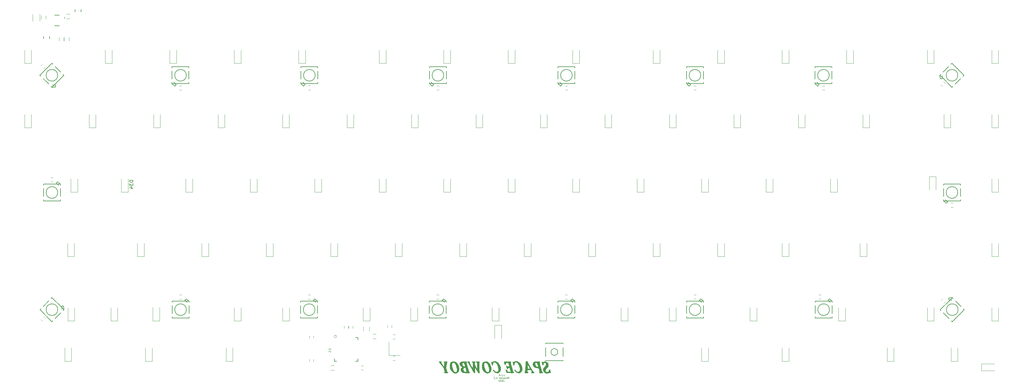
<source format=gbo>
%TF.GenerationSoftware,KiCad,Pcbnew,(5.1.8)-1*%
%TF.CreationDate,2021-03-13T12:56:25+01:00*%
%TF.ProjectId,Space Cowboy - A Jupiter75 Replacement PCB,53706163-6520-4436-9f77-626f79202d20,rev?*%
%TF.SameCoordinates,Original*%
%TF.FileFunction,Legend,Bot*%
%TF.FilePolarity,Positive*%
%FSLAX46Y46*%
G04 Gerber Fmt 4.6, Leading zero omitted, Abs format (unit mm)*
G04 Created by KiCad (PCBNEW (5.1.8)-1) date 2021-03-13 12:56:25*
%MOMM*%
%LPD*%
G01*
G04 APERTURE LIST*
%ADD10C,0.100000*%
%ADD11C,0.120000*%
%ADD12C,0.010000*%
%ADD13C,0.127000*%
%ADD14C,0.150000*%
%ADD15C,0.200000*%
%ADD16C,0.015000*%
%ADD17R,1.300000X0.700000*%
%ADD18R,1.000000X0.300000*%
%ADD19R,0.300000X1.000000*%
%ADD20R,5.080000X5.080000*%
%ADD21C,1.750000*%
%ADD22C,2.250000*%
%ADD23C,3.987800*%
%ADD24R,0.750000X0.800000*%
%ADD25C,3.048000*%
%ADD26R,1.200000X1.400000*%
%ADD27R,0.600000X1.450000*%
%ADD28R,0.300000X1.450000*%
%ADD29C,0.650000*%
%ADD30R,1.800000X1.100000*%
%ADD31R,0.500000X0.900000*%
%ADD32R,0.900000X0.500000*%
%ADD33R,1.820000X1.400000*%
%ADD34R,2.030000X1.140000*%
%ADD35R,1.500000X0.900000*%
%ADD36R,0.900000X1.200000*%
%ADD37R,1.200000X0.900000*%
%ADD38R,1.260000X0.590000*%
%ADD39R,1.260000X0.990000*%
%ADD40R,0.800000X0.750000*%
G04 APERTURE END LIST*
D10*
X198580238Y-158489790D02*
X198624880Y-158846933D01*
X198657619Y-158918361D01*
X198711190Y-158965980D01*
X198785595Y-158989790D01*
X198833214Y-158989790D01*
X198398690Y-158942171D02*
X198377857Y-158965980D01*
X198404642Y-158989790D01*
X198425476Y-158965980D01*
X198398690Y-158942171D01*
X198404642Y-158989790D01*
X197874880Y-158942171D02*
X197901666Y-158965980D01*
X197976071Y-158989790D01*
X198023690Y-158989790D01*
X198092142Y-158965980D01*
X198133809Y-158918361D01*
X198151666Y-158870742D01*
X198163571Y-158775504D01*
X198154642Y-158704076D01*
X198118928Y-158608838D01*
X198089166Y-158561219D01*
X198035595Y-158513600D01*
X197961190Y-158489790D01*
X197913571Y-158489790D01*
X197845119Y-158513600D01*
X197824285Y-158537409D01*
X197660595Y-158942171D02*
X197639761Y-158965980D01*
X197666547Y-158989790D01*
X197687380Y-158965980D01*
X197660595Y-158942171D01*
X197666547Y-158989790D01*
X197428452Y-158989790D02*
X197365952Y-158489790D01*
X197142738Y-158989790D02*
X197321309Y-158704076D01*
X197080238Y-158489790D02*
X197401666Y-158775504D01*
X196922500Y-158942171D02*
X196901666Y-158965980D01*
X196928452Y-158989790D01*
X196949285Y-158965980D01*
X196922500Y-158942171D01*
X196928452Y-158989790D01*
X199785595Y-159839790D02*
X199922500Y-159601695D01*
X200071309Y-159839790D02*
X200008809Y-159339790D01*
X199818333Y-159339790D01*
X199773690Y-159363600D01*
X199752857Y-159387409D01*
X199735000Y-159435028D01*
X199743928Y-159506457D01*
X199773690Y-159554076D01*
X199800476Y-159577885D01*
X199851071Y-159601695D01*
X200041547Y-159601695D01*
X199377857Y-159815980D02*
X199428452Y-159839790D01*
X199523690Y-159839790D01*
X199568333Y-159815980D01*
X199586190Y-159768361D01*
X199562380Y-159577885D01*
X199532619Y-159530266D01*
X199482023Y-159506457D01*
X199386785Y-159506457D01*
X199342142Y-159530266D01*
X199324285Y-159577885D01*
X199330238Y-159625504D01*
X199574285Y-159673123D01*
X199148690Y-159506457D02*
X199071309Y-159839790D01*
X198910595Y-159506457D01*
X198761785Y-159839790D02*
X198720119Y-159506457D01*
X198699285Y-159339790D02*
X198726071Y-159363600D01*
X198705238Y-159387409D01*
X198678452Y-159363600D01*
X198699285Y-159339790D01*
X198705238Y-159387409D01*
X198544523Y-159815980D02*
X198499880Y-159839790D01*
X198404642Y-159839790D01*
X198354047Y-159815980D01*
X198324285Y-159768361D01*
X198321309Y-159744552D01*
X198339166Y-159696933D01*
X198383809Y-159673123D01*
X198455238Y-159673123D01*
X198499880Y-159649314D01*
X198517738Y-159601695D01*
X198514761Y-159577885D01*
X198485000Y-159530266D01*
X198434404Y-159506457D01*
X198362976Y-159506457D01*
X198318333Y-159530266D01*
X198118928Y-159839790D02*
X198077261Y-159506457D01*
X198056428Y-159339790D02*
X198083214Y-159363600D01*
X198062380Y-159387409D01*
X198035595Y-159363600D01*
X198056428Y-159339790D01*
X198062380Y-159387409D01*
X197809404Y-159839790D02*
X197854047Y-159815980D01*
X197874880Y-159792171D01*
X197892738Y-159744552D01*
X197874880Y-159601695D01*
X197845119Y-159554076D01*
X197818333Y-159530266D01*
X197767738Y-159506457D01*
X197696309Y-159506457D01*
X197651666Y-159530266D01*
X197630833Y-159554076D01*
X197612976Y-159601695D01*
X197630833Y-159744552D01*
X197660595Y-159792171D01*
X197687380Y-159815980D01*
X197737976Y-159839790D01*
X197809404Y-159839790D01*
X197386785Y-159506457D02*
X197428452Y-159839790D01*
X197392738Y-159554076D02*
X197365952Y-159530266D01*
X197315357Y-159506457D01*
X197243928Y-159506457D01*
X197199285Y-159530266D01*
X197181428Y-159577885D01*
X197214166Y-159839790D01*
X196333214Y-159839790D02*
X196618928Y-159839790D01*
X196476071Y-159839790D02*
X196413571Y-159339790D01*
X196470119Y-159411219D01*
X196523690Y-159458838D01*
X196574285Y-159482647D01*
X196112976Y-159792171D02*
X196092142Y-159815980D01*
X196118928Y-159839790D01*
X196139761Y-159815980D01*
X196112976Y-159792171D01*
X196118928Y-159839790D01*
X195848095Y-159387409D02*
X195821309Y-159363600D01*
X195770714Y-159339790D01*
X195651666Y-159339790D01*
X195607023Y-159363600D01*
X195586190Y-159387409D01*
X195568333Y-159435028D01*
X195574285Y-159482647D01*
X195607023Y-159554076D01*
X195928452Y-159839790D01*
X195618928Y-159839790D01*
X198657619Y-160237409D02*
X198630833Y-160213600D01*
X198580238Y-160189790D01*
X198461190Y-160189790D01*
X198416547Y-160213600D01*
X198395714Y-160237409D01*
X198377857Y-160285028D01*
X198383809Y-160332647D01*
X198416547Y-160404076D01*
X198737976Y-160689790D01*
X198428452Y-160689790D01*
X198056428Y-160189790D02*
X198008809Y-160189790D01*
X197964166Y-160213600D01*
X197943333Y-160237409D01*
X197925476Y-160285028D01*
X197913571Y-160380266D01*
X197928452Y-160499314D01*
X197964166Y-160594552D01*
X197993928Y-160642171D01*
X198020714Y-160665980D01*
X198071309Y-160689790D01*
X198118928Y-160689790D01*
X198163571Y-160665980D01*
X198184404Y-160642171D01*
X198202261Y-160594552D01*
X198214166Y-160499314D01*
X198199285Y-160380266D01*
X198163571Y-160285028D01*
X198133809Y-160237409D01*
X198107023Y-160213600D01*
X198056428Y-160189790D01*
X197705238Y-160237409D02*
X197678452Y-160213600D01*
X197627857Y-160189790D01*
X197508809Y-160189790D01*
X197464166Y-160213600D01*
X197443333Y-160237409D01*
X197425476Y-160285028D01*
X197431428Y-160332647D01*
X197464166Y-160404076D01*
X197785595Y-160689790D01*
X197476071Y-160689790D01*
X196999880Y-160689790D02*
X197285595Y-160689790D01*
X197142738Y-160689790D02*
X197080238Y-160189790D01*
X197136785Y-160261219D01*
X197190357Y-160308838D01*
X197240952Y-160332647D01*
D11*
X158842600Y-145697500D02*
X158842600Y-144497500D01*
X157082600Y-144497500D02*
X157082600Y-145697500D01*
D12*
G36*
X181059260Y-154777258D02*
G01*
X180907961Y-154786098D01*
X180824014Y-154804063D01*
X180790332Y-154833799D01*
X180787000Y-154853536D01*
X180822172Y-154940374D01*
X180907094Y-155041239D01*
X180910146Y-155044036D01*
X181033292Y-155155900D01*
X180944479Y-155701533D01*
X180905829Y-155925829D01*
X180869869Y-156111132D01*
X180841101Y-156235552D01*
X180826203Y-156276630D01*
X180789071Y-156248349D01*
X180707928Y-156153884D01*
X180595883Y-156011073D01*
X180466046Y-155837756D01*
X180331524Y-155651772D01*
X180205426Y-155470960D01*
X180100861Y-155313159D01*
X180030937Y-155196209D01*
X180027555Y-155189774D01*
X179993244Y-155084894D01*
X180032808Y-154998499D01*
X180051328Y-154977075D01*
X180104345Y-154886539D01*
X180103179Y-154828901D01*
X180038196Y-154801388D01*
X179905058Y-154783727D01*
X179736511Y-154776199D01*
X179565301Y-154779087D01*
X179424174Y-154792670D01*
X179345874Y-154817232D01*
X179341270Y-154822352D01*
X179359412Y-154879484D01*
X179435061Y-154984015D01*
X179551937Y-155113504D01*
X179554172Y-155115777D01*
X179667285Y-155242098D01*
X179822368Y-155431224D01*
X180003252Y-155662637D01*
X180193768Y-155915819D01*
X180307403Y-156071625D01*
X180496448Y-156336323D01*
X180635969Y-156539974D01*
X180736917Y-156703171D01*
X180810242Y-156846507D01*
X180866895Y-156990578D01*
X180917826Y-157155977D01*
X180953688Y-157287063D01*
X181013835Y-157519284D01*
X181047160Y-157674536D01*
X181055763Y-157773244D01*
X181041744Y-157835834D01*
X181014185Y-157875263D01*
X180952624Y-157980132D01*
X180939400Y-158042800D01*
X180950803Y-158080314D01*
X180996340Y-158104979D01*
X181093006Y-158119377D01*
X181257794Y-158126089D01*
X181498200Y-158127700D01*
X181736501Y-158123514D01*
X181919810Y-158111950D01*
X182031073Y-158094498D01*
X182057000Y-158078902D01*
X182025003Y-158010099D01*
X181920449Y-157916852D01*
X181839001Y-157858413D01*
X181787019Y-157783952D01*
X181720682Y-157635159D01*
X181647864Y-157436843D01*
X181576437Y-157213810D01*
X181514274Y-156990868D01*
X181469248Y-156792826D01*
X181449232Y-156644489D01*
X181448873Y-156629100D01*
X181457733Y-156497351D01*
X181482047Y-156303478D01*
X181517861Y-156069029D01*
X181561223Y-155815550D01*
X181608178Y-155564589D01*
X181654773Y-155337693D01*
X181697056Y-155156411D01*
X181731072Y-155042288D01*
X181744841Y-155015939D01*
X181795962Y-154916849D01*
X181803000Y-154866340D01*
X181793339Y-154824523D01*
X181752285Y-154797730D01*
X181661738Y-154782704D01*
X181503594Y-154776185D01*
X181295000Y-154774900D01*
X181059260Y-154777258D01*
G37*
X181059260Y-154777258D02*
X180907961Y-154786098D01*
X180824014Y-154804063D01*
X180790332Y-154833799D01*
X180787000Y-154853536D01*
X180822172Y-154940374D01*
X180907094Y-155041239D01*
X180910146Y-155044036D01*
X181033292Y-155155900D01*
X180944479Y-155701533D01*
X180905829Y-155925829D01*
X180869869Y-156111132D01*
X180841101Y-156235552D01*
X180826203Y-156276630D01*
X180789071Y-156248349D01*
X180707928Y-156153884D01*
X180595883Y-156011073D01*
X180466046Y-155837756D01*
X180331524Y-155651772D01*
X180205426Y-155470960D01*
X180100861Y-155313159D01*
X180030937Y-155196209D01*
X180027555Y-155189774D01*
X179993244Y-155084894D01*
X180032808Y-154998499D01*
X180051328Y-154977075D01*
X180104345Y-154886539D01*
X180103179Y-154828901D01*
X180038196Y-154801388D01*
X179905058Y-154783727D01*
X179736511Y-154776199D01*
X179565301Y-154779087D01*
X179424174Y-154792670D01*
X179345874Y-154817232D01*
X179341270Y-154822352D01*
X179359412Y-154879484D01*
X179435061Y-154984015D01*
X179551937Y-155113504D01*
X179554172Y-155115777D01*
X179667285Y-155242098D01*
X179822368Y-155431224D01*
X180003252Y-155662637D01*
X180193768Y-155915819D01*
X180307403Y-156071625D01*
X180496448Y-156336323D01*
X180635969Y-156539974D01*
X180736917Y-156703171D01*
X180810242Y-156846507D01*
X180866895Y-156990578D01*
X180917826Y-157155977D01*
X180953688Y-157287063D01*
X181013835Y-157519284D01*
X181047160Y-157674536D01*
X181055763Y-157773244D01*
X181041744Y-157835834D01*
X181014185Y-157875263D01*
X180952624Y-157980132D01*
X180939400Y-158042800D01*
X180950803Y-158080314D01*
X180996340Y-158104979D01*
X181093006Y-158119377D01*
X181257794Y-158126089D01*
X181498200Y-158127700D01*
X181736501Y-158123514D01*
X181919810Y-158111950D01*
X182031073Y-158094498D01*
X182057000Y-158078902D01*
X182025003Y-158010099D01*
X181920449Y-157916852D01*
X181839001Y-157858413D01*
X181787019Y-157783952D01*
X181720682Y-157635159D01*
X181647864Y-157436843D01*
X181576437Y-157213810D01*
X181514274Y-156990868D01*
X181469248Y-156792826D01*
X181449232Y-156644489D01*
X181448873Y-156629100D01*
X181457733Y-156497351D01*
X181482047Y-156303478D01*
X181517861Y-156069029D01*
X181561223Y-155815550D01*
X181608178Y-155564589D01*
X181654773Y-155337693D01*
X181697056Y-155156411D01*
X181731072Y-155042288D01*
X181744841Y-155015939D01*
X181795962Y-154916849D01*
X181803000Y-154866340D01*
X181793339Y-154824523D01*
X181752285Y-154797730D01*
X181661738Y-154782704D01*
X181503594Y-154776185D01*
X181295000Y-154774900D01*
X181059260Y-154777258D01*
G36*
X186439300Y-154779650D02*
G01*
X186168635Y-154796673D01*
X185968122Y-154830686D01*
X185822183Y-154886328D01*
X185715241Y-154968240D01*
X185631719Y-155081059D01*
X185604609Y-155129707D01*
X185524136Y-155364065D01*
X185533790Y-155605118D01*
X185608197Y-155821325D01*
X185758353Y-156045945D01*
X185982346Y-156211668D01*
X186189013Y-156297277D01*
X186384026Y-156360557D01*
X186237648Y-156449575D01*
X186106271Y-156549538D01*
X185972917Y-156679972D01*
X185953735Y-156702044D01*
X185867624Y-156826001D01*
X185826551Y-156958963D01*
X185816200Y-157143520D01*
X185843128Y-157414515D01*
X185933892Y-157632279D01*
X186103470Y-157832661D01*
X186104485Y-157833626D01*
X186221520Y-157931148D01*
X186350738Y-158005077D01*
X186507682Y-158058461D01*
X186707898Y-158094348D01*
X186966929Y-158115785D01*
X187300321Y-158125821D01*
X187604312Y-158127700D01*
X187929689Y-158126995D01*
X188166832Y-158124011D01*
X188329102Y-158117437D01*
X188429861Y-158105967D01*
X188482469Y-158088291D01*
X188500289Y-158063101D01*
X188499175Y-158040075D01*
X188444084Y-157953293D01*
X188357079Y-157890022D01*
X188312946Y-157864147D01*
X188272952Y-157826941D01*
X188233273Y-157768024D01*
X188208609Y-157716046D01*
X187488715Y-157716046D01*
X187466802Y-157787401D01*
X187396089Y-157816791D01*
X187269935Y-157822700D01*
X187251300Y-157822710D01*
X187000476Y-157787810D01*
X186841844Y-157719997D01*
X186669375Y-157556590D01*
X186563753Y-157320085D01*
X186527406Y-157015952D01*
X186527400Y-157011731D01*
X186553036Y-156788304D01*
X186636251Y-156644273D01*
X186786506Y-156569554D01*
X186957781Y-156552900D01*
X187184962Y-156552900D01*
X187258889Y-156819600D01*
X187317744Y-157031730D01*
X187383363Y-157267969D01*
X187412709Y-157373518D01*
X187468470Y-157584246D01*
X187488715Y-157716046D01*
X188208609Y-157716046D01*
X188190086Y-157677013D01*
X188139564Y-157543529D01*
X188077886Y-157357189D01*
X188001227Y-157107612D01*
X187905763Y-156784419D01*
X187787669Y-156377226D01*
X187743795Y-156225128D01*
X187741349Y-156216606D01*
X187085677Y-156216606D01*
X187040926Y-156237555D01*
X186926453Y-156240749D01*
X186846793Y-156234328D01*
X186682602Y-156201792D01*
X186553877Y-156132370D01*
X186415611Y-156001751D01*
X186414993Y-156001089D01*
X186301289Y-155868330D01*
X186244017Y-155756009D01*
X186224291Y-155616371D01*
X186222600Y-155514638D01*
X186229117Y-155344509D01*
X186256231Y-155242423D01*
X186315292Y-155175242D01*
X186346317Y-155153379D01*
X186487967Y-155097808D01*
X186608893Y-155088708D01*
X186672162Y-155102965D01*
X186722412Y-155140104D01*
X186769383Y-155217538D01*
X186822817Y-155352679D01*
X186892454Y-155562941D01*
X186916453Y-155638500D01*
X186984791Y-155858279D01*
X187039939Y-156042689D01*
X187075536Y-156170001D01*
X187085677Y-156216606D01*
X187741349Y-156216606D01*
X187641906Y-155870153D01*
X187566112Y-155599702D01*
X187513949Y-155400795D01*
X187482956Y-155260453D01*
X187470672Y-155165694D01*
X187474636Y-155103539D01*
X187492385Y-155061008D01*
X187517123Y-155029869D01*
X187574257Y-154928235D01*
X187576556Y-154852992D01*
X187549932Y-154822045D01*
X187487805Y-154800282D01*
X187375308Y-154786217D01*
X187197576Y-154778364D01*
X186939743Y-154775239D01*
X186795695Y-154774978D01*
X186439300Y-154779650D01*
G37*
X186439300Y-154779650D02*
X186168635Y-154796673D01*
X185968122Y-154830686D01*
X185822183Y-154886328D01*
X185715241Y-154968240D01*
X185631719Y-155081059D01*
X185604609Y-155129707D01*
X185524136Y-155364065D01*
X185533790Y-155605118D01*
X185608197Y-155821325D01*
X185758353Y-156045945D01*
X185982346Y-156211668D01*
X186189013Y-156297277D01*
X186384026Y-156360557D01*
X186237648Y-156449575D01*
X186106271Y-156549538D01*
X185972917Y-156679972D01*
X185953735Y-156702044D01*
X185867624Y-156826001D01*
X185826551Y-156958963D01*
X185816200Y-157143520D01*
X185843128Y-157414515D01*
X185933892Y-157632279D01*
X186103470Y-157832661D01*
X186104485Y-157833626D01*
X186221520Y-157931148D01*
X186350738Y-158005077D01*
X186507682Y-158058461D01*
X186707898Y-158094348D01*
X186966929Y-158115785D01*
X187300321Y-158125821D01*
X187604312Y-158127700D01*
X187929689Y-158126995D01*
X188166832Y-158124011D01*
X188329102Y-158117437D01*
X188429861Y-158105967D01*
X188482469Y-158088291D01*
X188500289Y-158063101D01*
X188499175Y-158040075D01*
X188444084Y-157953293D01*
X188357079Y-157890022D01*
X188312946Y-157864147D01*
X188272952Y-157826941D01*
X188233273Y-157768024D01*
X188208609Y-157716046D01*
X187488715Y-157716046D01*
X187466802Y-157787401D01*
X187396089Y-157816791D01*
X187269935Y-157822700D01*
X187251300Y-157822710D01*
X187000476Y-157787810D01*
X186841844Y-157719997D01*
X186669375Y-157556590D01*
X186563753Y-157320085D01*
X186527406Y-157015952D01*
X186527400Y-157011731D01*
X186553036Y-156788304D01*
X186636251Y-156644273D01*
X186786506Y-156569554D01*
X186957781Y-156552900D01*
X187184962Y-156552900D01*
X187258889Y-156819600D01*
X187317744Y-157031730D01*
X187383363Y-157267969D01*
X187412709Y-157373518D01*
X187468470Y-157584246D01*
X187488715Y-157716046D01*
X188208609Y-157716046D01*
X188190086Y-157677013D01*
X188139564Y-157543529D01*
X188077886Y-157357189D01*
X188001227Y-157107612D01*
X187905763Y-156784419D01*
X187787669Y-156377226D01*
X187743795Y-156225128D01*
X187741349Y-156216606D01*
X187085677Y-156216606D01*
X187040926Y-156237555D01*
X186926453Y-156240749D01*
X186846793Y-156234328D01*
X186682602Y-156201792D01*
X186553877Y-156132370D01*
X186415611Y-156001751D01*
X186414993Y-156001089D01*
X186301289Y-155868330D01*
X186244017Y-155756009D01*
X186224291Y-155616371D01*
X186222600Y-155514638D01*
X186229117Y-155344509D01*
X186256231Y-155242423D01*
X186315292Y-155175242D01*
X186346317Y-155153379D01*
X186487967Y-155097808D01*
X186608893Y-155088708D01*
X186672162Y-155102965D01*
X186722412Y-155140104D01*
X186769383Y-155217538D01*
X186822817Y-155352679D01*
X186892454Y-155562941D01*
X186916453Y-155638500D01*
X186984791Y-155858279D01*
X187039939Y-156042689D01*
X187075536Y-156170001D01*
X187085677Y-156216606D01*
X187741349Y-156216606D01*
X187641906Y-155870153D01*
X187566112Y-155599702D01*
X187513949Y-155400795D01*
X187482956Y-155260453D01*
X187470672Y-155165694D01*
X187474636Y-155103539D01*
X187492385Y-155061008D01*
X187517123Y-155029869D01*
X187574257Y-154928235D01*
X187576556Y-154852992D01*
X187549932Y-154822045D01*
X187487805Y-154800282D01*
X187375308Y-154786217D01*
X187197576Y-154778364D01*
X186939743Y-154775239D01*
X186795695Y-154774978D01*
X186439300Y-154779650D01*
G36*
X187926920Y-154778668D02*
G01*
X187799913Y-154788587D01*
X187746879Y-154802572D01*
X187746600Y-154803716D01*
X187776411Y-154856288D01*
X187852163Y-154957361D01*
X187902851Y-155019616D01*
X187973849Y-155118897D01*
X188084322Y-155291093D01*
X188224551Y-155520223D01*
X188384820Y-155790306D01*
X188555410Y-156085360D01*
X188618995Y-156197300D01*
X188789426Y-156498185D01*
X188950475Y-156781296D01*
X189092877Y-157030441D01*
X189207371Y-157229432D01*
X189284692Y-157362079D01*
X189302024Y-157391100D01*
X189398020Y-157557181D01*
X189506851Y-157756346D01*
X189562812Y-157863343D01*
X189645351Y-158014306D01*
X189710091Y-158092862D01*
X189780464Y-158119460D01*
X189853832Y-158117343D01*
X190007200Y-158102300D01*
X189987764Y-157276800D01*
X189982902Y-157000155D01*
X189981883Y-156762936D01*
X189984524Y-156582003D01*
X189990642Y-156474214D01*
X189996743Y-156451300D01*
X190036830Y-156491598D01*
X190093952Y-156588755D01*
X190095079Y-156591000D01*
X190143942Y-156683029D01*
X190232383Y-156844302D01*
X190349815Y-157055711D01*
X190485650Y-157298148D01*
X190559515Y-157429200D01*
X190708619Y-157691852D01*
X190818588Y-157878738D01*
X190899913Y-158002742D01*
X190963090Y-158076752D01*
X191018611Y-158113654D01*
X191076969Y-158126334D01*
X191128316Y-158127700D01*
X191246331Y-158118479D01*
X191293635Y-158074427D01*
X191300895Y-157988000D01*
X191298786Y-157901103D01*
X191293713Y-157727579D01*
X191286143Y-157482342D01*
X191276545Y-157180306D01*
X191265387Y-156836387D01*
X191253515Y-156476920D01*
X191240287Y-156062453D01*
X191231642Y-155737713D01*
X191227846Y-155490920D01*
X191229170Y-155310291D01*
X191235882Y-155184047D01*
X191248251Y-155100405D01*
X191266545Y-155047585D01*
X191286782Y-155018312D01*
X191337544Y-154918831D01*
X191335756Y-154852992D01*
X191301606Y-154815261D01*
X191222180Y-154791498D01*
X191079485Y-154778968D01*
X190855533Y-154774941D01*
X190821595Y-154774900D01*
X190570703Y-154779779D01*
X190413937Y-154798012D01*
X190344134Y-154834993D01*
X190354132Y-154896116D01*
X190436770Y-154986776D01*
X190484338Y-155028900D01*
X190632192Y-155155900D01*
X190656129Y-156083000D01*
X190662081Y-156377012D01*
X190664120Y-156632407D01*
X190662377Y-156833318D01*
X190656985Y-156963879D01*
X190648433Y-157008302D01*
X190614063Y-156965507D01*
X190541320Y-156849202D01*
X190439763Y-156675461D01*
X190318946Y-156460357D01*
X190273900Y-156378315D01*
X190136984Y-156124706D01*
X190042295Y-155937950D01*
X189982094Y-155796438D01*
X189948640Y-155678561D01*
X189934190Y-155562710D01*
X189931003Y-155427276D01*
X189931000Y-155421133D01*
X189941493Y-155203699D01*
X189974711Y-155072400D01*
X190007200Y-155028900D01*
X190072453Y-154927575D01*
X190083400Y-154868440D01*
X190075911Y-154823795D01*
X190041021Y-154796361D01*
X189960097Y-154783001D01*
X189814503Y-154780578D01*
X189592218Y-154785760D01*
X189320247Y-154802112D01*
X189146230Y-154831928D01*
X189070934Y-154874825D01*
X189095123Y-154930420D01*
X189191628Y-154986080D01*
X189298477Y-155065919D01*
X189349823Y-155151909D01*
X189361341Y-155248505D01*
X189367760Y-155410193D01*
X189369624Y-155618528D01*
X189367476Y-155855061D01*
X189361861Y-156101346D01*
X189353322Y-156338937D01*
X189342404Y-156549387D01*
X189329650Y-156714250D01*
X189315605Y-156815078D01*
X189300812Y-156833425D01*
X189300266Y-156832300D01*
X189260961Y-156756625D01*
X189180400Y-156608893D01*
X189067582Y-156405348D01*
X188931505Y-156162234D01*
X188797009Y-155923774D01*
X188632677Y-155630540D01*
X188514843Y-155411809D01*
X188437892Y-155254866D01*
X188396209Y-155146998D01*
X188384179Y-155075491D01*
X188396186Y-155027630D01*
X188399044Y-155022763D01*
X188457768Y-154906320D01*
X188451457Y-154832220D01*
X188369655Y-154791734D01*
X188201909Y-154776132D01*
X188102200Y-154774900D01*
X187926920Y-154778668D01*
G37*
X187926920Y-154778668D02*
X187799913Y-154788587D01*
X187746879Y-154802572D01*
X187746600Y-154803716D01*
X187776411Y-154856288D01*
X187852163Y-154957361D01*
X187902851Y-155019616D01*
X187973849Y-155118897D01*
X188084322Y-155291093D01*
X188224551Y-155520223D01*
X188384820Y-155790306D01*
X188555410Y-156085360D01*
X188618995Y-156197300D01*
X188789426Y-156498185D01*
X188950475Y-156781296D01*
X189092877Y-157030441D01*
X189207371Y-157229432D01*
X189284692Y-157362079D01*
X189302024Y-157391100D01*
X189398020Y-157557181D01*
X189506851Y-157756346D01*
X189562812Y-157863343D01*
X189645351Y-158014306D01*
X189710091Y-158092862D01*
X189780464Y-158119460D01*
X189853832Y-158117343D01*
X190007200Y-158102300D01*
X189987764Y-157276800D01*
X189982902Y-157000155D01*
X189981883Y-156762936D01*
X189984524Y-156582003D01*
X189990642Y-156474214D01*
X189996743Y-156451300D01*
X190036830Y-156491598D01*
X190093952Y-156588755D01*
X190095079Y-156591000D01*
X190143942Y-156683029D01*
X190232383Y-156844302D01*
X190349815Y-157055711D01*
X190485650Y-157298148D01*
X190559515Y-157429200D01*
X190708619Y-157691852D01*
X190818588Y-157878738D01*
X190899913Y-158002742D01*
X190963090Y-158076752D01*
X191018611Y-158113654D01*
X191076969Y-158126334D01*
X191128316Y-158127700D01*
X191246331Y-158118479D01*
X191293635Y-158074427D01*
X191300895Y-157988000D01*
X191298786Y-157901103D01*
X191293713Y-157727579D01*
X191286143Y-157482342D01*
X191276545Y-157180306D01*
X191265387Y-156836387D01*
X191253515Y-156476920D01*
X191240287Y-156062453D01*
X191231642Y-155737713D01*
X191227846Y-155490920D01*
X191229170Y-155310291D01*
X191235882Y-155184047D01*
X191248251Y-155100405D01*
X191266545Y-155047585D01*
X191286782Y-155018312D01*
X191337544Y-154918831D01*
X191335756Y-154852992D01*
X191301606Y-154815261D01*
X191222180Y-154791498D01*
X191079485Y-154778968D01*
X190855533Y-154774941D01*
X190821595Y-154774900D01*
X190570703Y-154779779D01*
X190413937Y-154798012D01*
X190344134Y-154834993D01*
X190354132Y-154896116D01*
X190436770Y-154986776D01*
X190484338Y-155028900D01*
X190632192Y-155155900D01*
X190656129Y-156083000D01*
X190662081Y-156377012D01*
X190664120Y-156632407D01*
X190662377Y-156833318D01*
X190656985Y-156963879D01*
X190648433Y-157008302D01*
X190614063Y-156965507D01*
X190541320Y-156849202D01*
X190439763Y-156675461D01*
X190318946Y-156460357D01*
X190273900Y-156378315D01*
X190136984Y-156124706D01*
X190042295Y-155937950D01*
X189982094Y-155796438D01*
X189948640Y-155678561D01*
X189934190Y-155562710D01*
X189931003Y-155427276D01*
X189931000Y-155421133D01*
X189941493Y-155203699D01*
X189974711Y-155072400D01*
X190007200Y-155028900D01*
X190072453Y-154927575D01*
X190083400Y-154868440D01*
X190075911Y-154823795D01*
X190041021Y-154796361D01*
X189960097Y-154783001D01*
X189814503Y-154780578D01*
X189592218Y-154785760D01*
X189320247Y-154802112D01*
X189146230Y-154831928D01*
X189070934Y-154874825D01*
X189095123Y-154930420D01*
X189191628Y-154986080D01*
X189298477Y-155065919D01*
X189349823Y-155151909D01*
X189361341Y-155248505D01*
X189367760Y-155410193D01*
X189369624Y-155618528D01*
X189367476Y-155855061D01*
X189361861Y-156101346D01*
X189353322Y-156338937D01*
X189342404Y-156549387D01*
X189329650Y-156714250D01*
X189315605Y-156815078D01*
X189300812Y-156833425D01*
X189300266Y-156832300D01*
X189260961Y-156756625D01*
X189180400Y-156608893D01*
X189067582Y-156405348D01*
X188931505Y-156162234D01*
X188797009Y-155923774D01*
X188632677Y-155630540D01*
X188514843Y-155411809D01*
X188437892Y-155254866D01*
X188396209Y-155146998D01*
X188384179Y-155075491D01*
X188396186Y-155027630D01*
X188399044Y-155022763D01*
X188457768Y-154906320D01*
X188451457Y-154832220D01*
X188369655Y-154791734D01*
X188201909Y-154776132D01*
X188102200Y-154774900D01*
X187926920Y-154778668D01*
G36*
X198579218Y-154757201D02*
G01*
X198575636Y-154757737D01*
X198579223Y-154806860D01*
X198604864Y-154927355D01*
X198645657Y-155087998D01*
X198695551Y-155280742D01*
X198737060Y-155454648D01*
X198757680Y-155553634D01*
X198808488Y-155687088D01*
X198886417Y-155735143D01*
X198973501Y-155703450D01*
X199051772Y-155597658D01*
X199099385Y-155446190D01*
X199156562Y-155254117D01*
X199254083Y-155140240D01*
X199412658Y-155088170D01*
X199562476Y-155079700D01*
X199717776Y-155086737D01*
X199826347Y-155104791D01*
X199855984Y-155120117D01*
X199881581Y-155188340D01*
X199924331Y-155327839D01*
X199976722Y-155511330D01*
X200031245Y-155711528D01*
X200080389Y-155901147D01*
X200116643Y-156052902D01*
X200128018Y-156108400D01*
X200137720Y-156190506D01*
X200112396Y-156231822D01*
X200028664Y-156246351D01*
X199894737Y-156248100D01*
X199730112Y-156239944D01*
X199631313Y-156207018D01*
X199563287Y-156136632D01*
X199555724Y-156125365D01*
X199449568Y-156007845D01*
X199342195Y-155960792D01*
X199263852Y-155988128D01*
X199257565Y-156054043D01*
X199279239Y-156188078D01*
X199321103Y-156363248D01*
X199375386Y-156552565D01*
X199434315Y-156729040D01*
X199490120Y-156865687D01*
X199535029Y-156935517D01*
X199537063Y-156936905D01*
X199616302Y-156937134D01*
X199690525Y-156867235D01*
X199732898Y-156756308D01*
X199735400Y-156721825D01*
X199742632Y-156650267D01*
X199781267Y-156615841D01*
X199876718Y-156608182D01*
X200000430Y-156613745D01*
X200156430Y-156626893D01*
X200241261Y-156655529D01*
X200285300Y-156718501D01*
X200311740Y-156806900D01*
X200348927Y-156943050D01*
X200404082Y-157137238D01*
X200466027Y-157350167D01*
X200473373Y-157375070D01*
X200523824Y-157560431D01*
X200555371Y-157706029D01*
X200562818Y-157786738D01*
X200559996Y-157794170D01*
X200497676Y-157809342D01*
X200364866Y-157819681D01*
X200222234Y-157822710D01*
X199940272Y-157794771D01*
X199725202Y-157703752D01*
X199556442Y-157538251D01*
X199474285Y-157408406D01*
X199354534Y-157240059D01*
X199236088Y-157171276D01*
X199234160Y-157170988D01*
X199161231Y-157167678D01*
X199133659Y-157202862D01*
X199140845Y-157301845D01*
X199151602Y-157368078D01*
X199190082Y-157548895D01*
X199245380Y-157757609D01*
X199271079Y-157842189D01*
X199354400Y-158102300D01*
X200459300Y-158115990D01*
X200824539Y-158119807D01*
X201100370Y-158120513D01*
X201298958Y-158117384D01*
X201432467Y-158109695D01*
X201513062Y-158096720D01*
X201552908Y-158077735D01*
X201564168Y-158052013D01*
X201564200Y-158050127D01*
X201523617Y-157973086D01*
X201424648Y-157891460D01*
X201412074Y-157884037D01*
X201367715Y-157859539D01*
X201331151Y-157835315D01*
X201298564Y-157800750D01*
X201266139Y-157745227D01*
X201230059Y-157658130D01*
X201186508Y-157528844D01*
X201131670Y-157346751D01*
X201061729Y-157101237D01*
X200972869Y-156781684D01*
X200861272Y-156377477D01*
X200830701Y-156266759D01*
X200727115Y-155888192D01*
X200649935Y-155595512D01*
X200597029Y-155377096D01*
X200566266Y-155221321D01*
X200555513Y-155116565D01*
X200562639Y-155051204D01*
X200585512Y-155013615D01*
X200599000Y-155003500D01*
X200642242Y-154931579D01*
X200649800Y-154877315D01*
X200644007Y-154845138D01*
X200618001Y-154820805D01*
X200558843Y-154802915D01*
X200453596Y-154790067D01*
X200289320Y-154780861D01*
X200053077Y-154773896D01*
X199731928Y-154767771D01*
X199621100Y-154765952D01*
X199308975Y-154761330D01*
X199033283Y-154758022D01*
X198809467Y-154756151D01*
X198652965Y-154755837D01*
X198579218Y-154757201D01*
G37*
X198579218Y-154757201D02*
X198575636Y-154757737D01*
X198579223Y-154806860D01*
X198604864Y-154927355D01*
X198645657Y-155087998D01*
X198695551Y-155280742D01*
X198737060Y-155454648D01*
X198757680Y-155553634D01*
X198808488Y-155687088D01*
X198886417Y-155735143D01*
X198973501Y-155703450D01*
X199051772Y-155597658D01*
X199099385Y-155446190D01*
X199156562Y-155254117D01*
X199254083Y-155140240D01*
X199412658Y-155088170D01*
X199562476Y-155079700D01*
X199717776Y-155086737D01*
X199826347Y-155104791D01*
X199855984Y-155120117D01*
X199881581Y-155188340D01*
X199924331Y-155327839D01*
X199976722Y-155511330D01*
X200031245Y-155711528D01*
X200080389Y-155901147D01*
X200116643Y-156052902D01*
X200128018Y-156108400D01*
X200137720Y-156190506D01*
X200112396Y-156231822D01*
X200028664Y-156246351D01*
X199894737Y-156248100D01*
X199730112Y-156239944D01*
X199631313Y-156207018D01*
X199563287Y-156136632D01*
X199555724Y-156125365D01*
X199449568Y-156007845D01*
X199342195Y-155960792D01*
X199263852Y-155988128D01*
X199257565Y-156054043D01*
X199279239Y-156188078D01*
X199321103Y-156363248D01*
X199375386Y-156552565D01*
X199434315Y-156729040D01*
X199490120Y-156865687D01*
X199535029Y-156935517D01*
X199537063Y-156936905D01*
X199616302Y-156937134D01*
X199690525Y-156867235D01*
X199732898Y-156756308D01*
X199735400Y-156721825D01*
X199742632Y-156650267D01*
X199781267Y-156615841D01*
X199876718Y-156608182D01*
X200000430Y-156613745D01*
X200156430Y-156626893D01*
X200241261Y-156655529D01*
X200285300Y-156718501D01*
X200311740Y-156806900D01*
X200348927Y-156943050D01*
X200404082Y-157137238D01*
X200466027Y-157350167D01*
X200473373Y-157375070D01*
X200523824Y-157560431D01*
X200555371Y-157706029D01*
X200562818Y-157786738D01*
X200559996Y-157794170D01*
X200497676Y-157809342D01*
X200364866Y-157819681D01*
X200222234Y-157822710D01*
X199940272Y-157794771D01*
X199725202Y-157703752D01*
X199556442Y-157538251D01*
X199474285Y-157408406D01*
X199354534Y-157240059D01*
X199236088Y-157171276D01*
X199234160Y-157170988D01*
X199161231Y-157167678D01*
X199133659Y-157202862D01*
X199140845Y-157301845D01*
X199151602Y-157368078D01*
X199190082Y-157548895D01*
X199245380Y-157757609D01*
X199271079Y-157842189D01*
X199354400Y-158102300D01*
X200459300Y-158115990D01*
X200824539Y-158119807D01*
X201100370Y-158120513D01*
X201298958Y-158117384D01*
X201432467Y-158109695D01*
X201513062Y-158096720D01*
X201552908Y-158077735D01*
X201564168Y-158052013D01*
X201564200Y-158050127D01*
X201523617Y-157973086D01*
X201424648Y-157891460D01*
X201412074Y-157884037D01*
X201367715Y-157859539D01*
X201331151Y-157835315D01*
X201298564Y-157800750D01*
X201266139Y-157745227D01*
X201230059Y-157658130D01*
X201186508Y-157528844D01*
X201131670Y-157346751D01*
X201061729Y-157101237D01*
X200972869Y-156781684D01*
X200861272Y-156377477D01*
X200830701Y-156266759D01*
X200727115Y-155888192D01*
X200649935Y-155595512D01*
X200597029Y-155377096D01*
X200566266Y-155221321D01*
X200555513Y-155116565D01*
X200562639Y-155051204D01*
X200585512Y-155013615D01*
X200599000Y-155003500D01*
X200642242Y-154931579D01*
X200649800Y-154877315D01*
X200644007Y-154845138D01*
X200618001Y-154820805D01*
X200558843Y-154802915D01*
X200453596Y-154790067D01*
X200289320Y-154780861D01*
X200053077Y-154773896D01*
X199731928Y-154767771D01*
X199621100Y-154765952D01*
X199308975Y-154761330D01*
X199033283Y-154758022D01*
X198809467Y-154756151D01*
X198652965Y-154755837D01*
X198579218Y-154757201D01*
G36*
X205122625Y-154658756D02*
G01*
X205082378Y-154710472D01*
X205051322Y-154810452D01*
X205026202Y-154967986D01*
X205003759Y-155192364D01*
X204980739Y-155492879D01*
X204953883Y-155878820D01*
X204931258Y-156201961D01*
X204896899Y-156670663D01*
X204866840Y-157047112D01*
X204840031Y-157340509D01*
X204815423Y-157560061D01*
X204791966Y-157714971D01*
X204768608Y-157814444D01*
X204744302Y-157867684D01*
X204740758Y-157871978D01*
X204677675Y-157977096D01*
X204663000Y-158042800D01*
X204674726Y-158081056D01*
X204721471Y-158105909D01*
X204820585Y-158120120D01*
X204989419Y-158126451D01*
X205196400Y-158127700D01*
X205435154Y-158126170D01*
X205590097Y-158119505D01*
X205679002Y-158104592D01*
X205719637Y-158078317D01*
X205729774Y-158037569D01*
X205729800Y-158034254D01*
X205687748Y-157946329D01*
X205600267Y-157881789D01*
X205527223Y-157839743D01*
X205490648Y-157779931D01*
X205480877Y-157672664D01*
X205485967Y-157530734D01*
X205501200Y-157238700D01*
X206020154Y-157224242D01*
X206539107Y-157209784D01*
X206671229Y-157470513D01*
X206743730Y-157621542D01*
X206771125Y-157713215D01*
X206757837Y-157774885D01*
X206723775Y-157819170D01*
X206659022Y-157937107D01*
X206644200Y-158017400D01*
X206650494Y-158070900D01*
X206682718Y-158103565D01*
X206760892Y-158120506D01*
X206905033Y-158126837D01*
X207076000Y-158127700D01*
X207286285Y-158122081D01*
X207435200Y-158106629D01*
X207504861Y-158083447D01*
X207507800Y-158076900D01*
X207472592Y-158003877D01*
X207391011Y-157910115D01*
X207299125Y-157834260D01*
X207264821Y-157816550D01*
X207226481Y-157769729D01*
X207143172Y-157646355D01*
X207021733Y-157457277D01*
X206869001Y-157213341D01*
X206691813Y-156925396D01*
X206652164Y-156860040D01*
X206261421Y-156860040D01*
X206260665Y-156861802D01*
X206190172Y-156894976D01*
X206055145Y-156909613D01*
X205890659Y-156907183D01*
X205731791Y-156889156D01*
X205613617Y-156857000D01*
X205578156Y-156833209D01*
X205548006Y-156759357D01*
X205536757Y-156623424D01*
X205543670Y-156409809D01*
X205552282Y-156287109D01*
X205570874Y-156076566D01*
X205590183Y-155904763D01*
X205607204Y-155796693D01*
X205613985Y-155774251D01*
X205647786Y-155798813D01*
X205722018Y-155896185D01*
X205826113Y-156051303D01*
X205949505Y-156249105D01*
X205964301Y-156273654D01*
X206086122Y-156483665D01*
X206182361Y-156663532D01*
X206243851Y-156795056D01*
X206261421Y-156860040D01*
X206652164Y-156860040D01*
X206497007Y-156604288D01*
X206420305Y-156476700D01*
X206174433Y-156063481D01*
X205979557Y-155728359D01*
X205831746Y-155463959D01*
X205727067Y-155262907D01*
X205661587Y-155117828D01*
X205631373Y-155021348D01*
X205628235Y-154991481D01*
X205614063Y-154876772D01*
X205553120Y-154804655D01*
X205440665Y-154748706D01*
X205331084Y-154700277D01*
X205243722Y-154662949D01*
X205175321Y-154646012D01*
X205122625Y-154658756D01*
G37*
X205122625Y-154658756D02*
X205082378Y-154710472D01*
X205051322Y-154810452D01*
X205026202Y-154967986D01*
X205003759Y-155192364D01*
X204980739Y-155492879D01*
X204953883Y-155878820D01*
X204931258Y-156201961D01*
X204896899Y-156670663D01*
X204866840Y-157047112D01*
X204840031Y-157340509D01*
X204815423Y-157560061D01*
X204791966Y-157714971D01*
X204768608Y-157814444D01*
X204744302Y-157867684D01*
X204740758Y-157871978D01*
X204677675Y-157977096D01*
X204663000Y-158042800D01*
X204674726Y-158081056D01*
X204721471Y-158105909D01*
X204820585Y-158120120D01*
X204989419Y-158126451D01*
X205196400Y-158127700D01*
X205435154Y-158126170D01*
X205590097Y-158119505D01*
X205679002Y-158104592D01*
X205719637Y-158078317D01*
X205729774Y-158037569D01*
X205729800Y-158034254D01*
X205687748Y-157946329D01*
X205600267Y-157881789D01*
X205527223Y-157839743D01*
X205490648Y-157779931D01*
X205480877Y-157672664D01*
X205485967Y-157530734D01*
X205501200Y-157238700D01*
X206020154Y-157224242D01*
X206539107Y-157209784D01*
X206671229Y-157470513D01*
X206743730Y-157621542D01*
X206771125Y-157713215D01*
X206757837Y-157774885D01*
X206723775Y-157819170D01*
X206659022Y-157937107D01*
X206644200Y-158017400D01*
X206650494Y-158070900D01*
X206682718Y-158103565D01*
X206760892Y-158120506D01*
X206905033Y-158126837D01*
X207076000Y-158127700D01*
X207286285Y-158122081D01*
X207435200Y-158106629D01*
X207504861Y-158083447D01*
X207507800Y-158076900D01*
X207472592Y-158003877D01*
X207391011Y-157910115D01*
X207299125Y-157834260D01*
X207264821Y-157816550D01*
X207226481Y-157769729D01*
X207143172Y-157646355D01*
X207021733Y-157457277D01*
X206869001Y-157213341D01*
X206691813Y-156925396D01*
X206652164Y-156860040D01*
X206261421Y-156860040D01*
X206260665Y-156861802D01*
X206190172Y-156894976D01*
X206055145Y-156909613D01*
X205890659Y-156907183D01*
X205731791Y-156889156D01*
X205613617Y-156857000D01*
X205578156Y-156833209D01*
X205548006Y-156759357D01*
X205536757Y-156623424D01*
X205543670Y-156409809D01*
X205552282Y-156287109D01*
X205570874Y-156076566D01*
X205590183Y-155904763D01*
X205607204Y-155796693D01*
X205613985Y-155774251D01*
X205647786Y-155798813D01*
X205722018Y-155896185D01*
X205826113Y-156051303D01*
X205949505Y-156249105D01*
X205964301Y-156273654D01*
X206086122Y-156483665D01*
X206182361Y-156663532D01*
X206243851Y-156795056D01*
X206261421Y-156860040D01*
X206652164Y-156860040D01*
X206497007Y-156604288D01*
X206420305Y-156476700D01*
X206174433Y-156063481D01*
X205979557Y-155728359D01*
X205831746Y-155463959D01*
X205727067Y-155262907D01*
X205661587Y-155117828D01*
X205631373Y-155021348D01*
X205628235Y-154991481D01*
X205614063Y-154876772D01*
X205553120Y-154804655D01*
X205440665Y-154748706D01*
X205331084Y-154700277D01*
X205243722Y-154662949D01*
X205175321Y-154646012D01*
X205122625Y-154658756D01*
G36*
X208069948Y-154777208D02*
G01*
X207841527Y-154785025D01*
X207677046Y-154800239D01*
X207557708Y-154824658D01*
X207464718Y-154860089D01*
X207457000Y-154863878D01*
X207264665Y-155010889D01*
X207151433Y-155220708D01*
X207116892Y-155494246D01*
X207122976Y-155601674D01*
X207189419Y-155924507D01*
X207324217Y-156183781D01*
X207532230Y-156383349D01*
X207818317Y-156527066D01*
X208187339Y-156618786D01*
X208444974Y-156649990D01*
X208797948Y-156679900D01*
X208936853Y-157137100D01*
X209016713Y-157414083D01*
X209061661Y-157612373D01*
X209073004Y-157748203D01*
X209052048Y-157837804D01*
X209000100Y-157897410D01*
X208998147Y-157898853D01*
X208940419Y-157988226D01*
X208945752Y-158044153D01*
X208974508Y-158081507D01*
X209038372Y-158106026D01*
X209155084Y-158120212D01*
X209342388Y-158126567D01*
X209538206Y-158127700D01*
X209776967Y-158123525D01*
X209960685Y-158111990D01*
X210072352Y-158094574D01*
X210098600Y-158078902D01*
X210067711Y-158011397D01*
X209966116Y-157919980D01*
X209878031Y-157856534D01*
X209818921Y-157772131D01*
X209743283Y-157590345D01*
X209652139Y-157313868D01*
X209584757Y-157083567D01*
X209445234Y-156588414D01*
X209362287Y-156292806D01*
X208674506Y-156292806D01*
X208634274Y-156338784D01*
X208529535Y-156349232D01*
X208388972Y-156329107D01*
X208241265Y-156283361D01*
X208115095Y-156216949D01*
X208082136Y-156190483D01*
X207922478Y-155986483D01*
X207809684Y-155729769D01*
X207763181Y-155465450D01*
X207762916Y-155449171D01*
X207799658Y-155256607D01*
X207908869Y-155134145D01*
X208085499Y-155086207D01*
X208174124Y-155088913D01*
X208246127Y-155099066D01*
X208299397Y-155124363D01*
X208343807Y-155181899D01*
X208389232Y-155288771D01*
X208445546Y-155462072D01*
X208506225Y-155663900D01*
X208572805Y-155892613D01*
X208627043Y-156089141D01*
X208662913Y-156230966D01*
X208674506Y-156292806D01*
X209362287Y-156292806D01*
X209331139Y-156181802D01*
X209240413Y-155854464D01*
X209170996Y-155597130D01*
X209120827Y-155400533D01*
X209087846Y-155255402D01*
X209069993Y-155152471D01*
X209065207Y-155082469D01*
X209071428Y-155036129D01*
X209086596Y-155004182D01*
X209108650Y-154977359D01*
X209115014Y-154970350D01*
X209165201Y-154900793D01*
X209165220Y-154849519D01*
X209105280Y-154813920D01*
X208975588Y-154791390D01*
X208766353Y-154779322D01*
X208467781Y-154775110D01*
X208381102Y-154774978D01*
X208069948Y-154777208D01*
G37*
X208069948Y-154777208D02*
X207841527Y-154785025D01*
X207677046Y-154800239D01*
X207557708Y-154824658D01*
X207464718Y-154860089D01*
X207457000Y-154863878D01*
X207264665Y-155010889D01*
X207151433Y-155220708D01*
X207116892Y-155494246D01*
X207122976Y-155601674D01*
X207189419Y-155924507D01*
X207324217Y-156183781D01*
X207532230Y-156383349D01*
X207818317Y-156527066D01*
X208187339Y-156618786D01*
X208444974Y-156649990D01*
X208797948Y-156679900D01*
X208936853Y-157137100D01*
X209016713Y-157414083D01*
X209061661Y-157612373D01*
X209073004Y-157748203D01*
X209052048Y-157837804D01*
X209000100Y-157897410D01*
X208998147Y-157898853D01*
X208940419Y-157988226D01*
X208945752Y-158044153D01*
X208974508Y-158081507D01*
X209038372Y-158106026D01*
X209155084Y-158120212D01*
X209342388Y-158126567D01*
X209538206Y-158127700D01*
X209776967Y-158123525D01*
X209960685Y-158111990D01*
X210072352Y-158094574D01*
X210098600Y-158078902D01*
X210067711Y-158011397D01*
X209966116Y-157919980D01*
X209878031Y-157856534D01*
X209818921Y-157772131D01*
X209743283Y-157590345D01*
X209652139Y-157313868D01*
X209584757Y-157083567D01*
X209445234Y-156588414D01*
X209362287Y-156292806D01*
X208674506Y-156292806D01*
X208634274Y-156338784D01*
X208529535Y-156349232D01*
X208388972Y-156329107D01*
X208241265Y-156283361D01*
X208115095Y-156216949D01*
X208082136Y-156190483D01*
X207922478Y-155986483D01*
X207809684Y-155729769D01*
X207763181Y-155465450D01*
X207762916Y-155449171D01*
X207799658Y-155256607D01*
X207908869Y-155134145D01*
X208085499Y-155086207D01*
X208174124Y-155088913D01*
X208246127Y-155099066D01*
X208299397Y-155124363D01*
X208343807Y-155181899D01*
X208389232Y-155288771D01*
X208445546Y-155462072D01*
X208506225Y-155663900D01*
X208572805Y-155892613D01*
X208627043Y-156089141D01*
X208662913Y-156230966D01*
X208674506Y-156292806D01*
X209362287Y-156292806D01*
X209331139Y-156181802D01*
X209240413Y-155854464D01*
X209170996Y-155597130D01*
X209120827Y-155400533D01*
X209087846Y-155255402D01*
X209069993Y-155152471D01*
X209065207Y-155082469D01*
X209071428Y-155036129D01*
X209086596Y-155004182D01*
X209108650Y-154977359D01*
X209115014Y-154970350D01*
X209165201Y-154900793D01*
X209165220Y-154849519D01*
X209105280Y-154813920D01*
X208975588Y-154791390D01*
X208766353Y-154779322D01*
X208467781Y-154775110D01*
X208381102Y-154774978D01*
X208069948Y-154777208D01*
G36*
X195394213Y-154768687D02*
G01*
X195223003Y-154832024D01*
X195064185Y-154870794D01*
X195004543Y-154876500D01*
X194925820Y-154882598D01*
X194879419Y-154911894D01*
X194863889Y-154980890D01*
X194877777Y-155106090D01*
X194919630Y-155303996D01*
X194954074Y-155449943D01*
X195009896Y-155672708D01*
X195053999Y-155810512D01*
X195095241Y-155877888D01*
X195142480Y-155889371D01*
X195203937Y-155859895D01*
X195269265Y-155765440D01*
X195314842Y-155575100D01*
X195325090Y-155496425D01*
X195364575Y-155247208D01*
X195421406Y-155082543D01*
X195503156Y-154985855D01*
X195574163Y-154951315D01*
X195779390Y-154934209D01*
X195990215Y-155013544D01*
X196211037Y-155191157D01*
X196253334Y-155234932D01*
X196460005Y-155494282D01*
X196625958Y-155794204D01*
X196762458Y-156157695D01*
X196838084Y-156428420D01*
X196918664Y-156837565D01*
X196934315Y-157174535D01*
X196884119Y-157446053D01*
X196767160Y-157658841D01*
X196655456Y-157768407D01*
X196475410Y-157850926D01*
X196270321Y-157848705D01*
X196058168Y-157769047D01*
X195856929Y-157619256D01*
X195684582Y-157406633D01*
X195658752Y-157363545D01*
X195561297Y-157220076D01*
X195478957Y-157168735D01*
X195398923Y-157203961D01*
X195367791Y-157237265D01*
X195336952Y-157306662D01*
X195363422Y-157398705D01*
X195409020Y-157478565D01*
X195634315Y-157762519D01*
X195906633Y-157977207D01*
X196209549Y-158116496D01*
X196526639Y-158174255D01*
X196841479Y-158144351D01*
X197023498Y-158081313D01*
X197271027Y-157916340D01*
X197449954Y-157680669D01*
X197558756Y-157379906D01*
X197595913Y-157019658D01*
X197559905Y-156605531D01*
X197500150Y-156324103D01*
X197369602Y-155924811D01*
X197189591Y-155583996D01*
X196938755Y-155262495D01*
X196895158Y-155215072D01*
X196604972Y-154960703D01*
X196291962Y-154786347D01*
X195970328Y-154696230D01*
X195654274Y-154694576D01*
X195394213Y-154768687D01*
G37*
X195394213Y-154768687D02*
X195223003Y-154832024D01*
X195064185Y-154870794D01*
X195004543Y-154876500D01*
X194925820Y-154882598D01*
X194879419Y-154911894D01*
X194863889Y-154980890D01*
X194877777Y-155106090D01*
X194919630Y-155303996D01*
X194954074Y-155449943D01*
X195009896Y-155672708D01*
X195053999Y-155810512D01*
X195095241Y-155877888D01*
X195142480Y-155889371D01*
X195203937Y-155859895D01*
X195269265Y-155765440D01*
X195314842Y-155575100D01*
X195325090Y-155496425D01*
X195364575Y-155247208D01*
X195421406Y-155082543D01*
X195503156Y-154985855D01*
X195574163Y-154951315D01*
X195779390Y-154934209D01*
X195990215Y-155013544D01*
X196211037Y-155191157D01*
X196253334Y-155234932D01*
X196460005Y-155494282D01*
X196625958Y-155794204D01*
X196762458Y-156157695D01*
X196838084Y-156428420D01*
X196918664Y-156837565D01*
X196934315Y-157174535D01*
X196884119Y-157446053D01*
X196767160Y-157658841D01*
X196655456Y-157768407D01*
X196475410Y-157850926D01*
X196270321Y-157848705D01*
X196058168Y-157769047D01*
X195856929Y-157619256D01*
X195684582Y-157406633D01*
X195658752Y-157363545D01*
X195561297Y-157220076D01*
X195478957Y-157168735D01*
X195398923Y-157203961D01*
X195367791Y-157237265D01*
X195336952Y-157306662D01*
X195363422Y-157398705D01*
X195409020Y-157478565D01*
X195634315Y-157762519D01*
X195906633Y-157977207D01*
X196209549Y-158116496D01*
X196526639Y-158174255D01*
X196841479Y-158144351D01*
X197023498Y-158081313D01*
X197271027Y-157916340D01*
X197449954Y-157680669D01*
X197558756Y-157379906D01*
X197595913Y-157019658D01*
X197559905Y-156605531D01*
X197500150Y-156324103D01*
X197369602Y-155924811D01*
X197189591Y-155583996D01*
X196938755Y-155262495D01*
X196895158Y-155215072D01*
X196604972Y-154960703D01*
X196291962Y-154786347D01*
X195970328Y-154696230D01*
X195654274Y-154694576D01*
X195394213Y-154768687D01*
G36*
X201853161Y-154726977D02*
G01*
X201751228Y-154765584D01*
X201508050Y-154841111D01*
X201336158Y-154841349D01*
X201219723Y-154833388D01*
X201160677Y-154850776D01*
X201158819Y-154857153D01*
X201172168Y-154936384D01*
X201205795Y-155081298D01*
X201252636Y-155265715D01*
X201305629Y-155463460D01*
X201357711Y-155648353D01*
X201401820Y-155794217D01*
X201430892Y-155874874D01*
X201435372Y-155882205D01*
X201498415Y-155885284D01*
X201553937Y-155859895D01*
X201619265Y-155765440D01*
X201664842Y-155575100D01*
X201675090Y-155496425D01*
X201714575Y-155247208D01*
X201771406Y-155082543D01*
X201853156Y-154985855D01*
X201924163Y-154951315D01*
X202136117Y-154935705D01*
X202354030Y-155021284D01*
X202577394Y-155207845D01*
X202589433Y-155220610D01*
X202752237Y-155415401D01*
X202885175Y-155626482D01*
X203000453Y-155878326D01*
X203110278Y-156195404D01*
X203161804Y-156368082D01*
X203258362Y-156784855D01*
X203286433Y-157131529D01*
X203245402Y-157413612D01*
X203134655Y-157636609D01*
X203005456Y-157768407D01*
X202825410Y-157850926D01*
X202620321Y-157848705D01*
X202408168Y-157769047D01*
X202206929Y-157619256D01*
X202034582Y-157406633D01*
X202008752Y-157363545D01*
X201911297Y-157220076D01*
X201828957Y-157168735D01*
X201748923Y-157203961D01*
X201717791Y-157237265D01*
X201686952Y-157306662D01*
X201713422Y-157398705D01*
X201759020Y-157478565D01*
X201984315Y-157762519D01*
X202256633Y-157977207D01*
X202559549Y-158116496D01*
X202876639Y-158174255D01*
X203191479Y-158144351D01*
X203373498Y-158081313D01*
X203617689Y-157917402D01*
X203796410Y-157681637D01*
X203907341Y-157381756D01*
X203948163Y-157025494D01*
X203916559Y-156620587D01*
X203874565Y-156409452D01*
X203742288Y-155996990D01*
X203555368Y-155626613D01*
X203323927Y-155306159D01*
X203058087Y-155043463D01*
X202767969Y-154846361D01*
X202463695Y-154722688D01*
X202155385Y-154680282D01*
X201853161Y-154726977D01*
G37*
X201853161Y-154726977D02*
X201751228Y-154765584D01*
X201508050Y-154841111D01*
X201336158Y-154841349D01*
X201219723Y-154833388D01*
X201160677Y-154850776D01*
X201158819Y-154857153D01*
X201172168Y-154936384D01*
X201205795Y-155081298D01*
X201252636Y-155265715D01*
X201305629Y-155463460D01*
X201357711Y-155648353D01*
X201401820Y-155794217D01*
X201430892Y-155874874D01*
X201435372Y-155882205D01*
X201498415Y-155885284D01*
X201553937Y-155859895D01*
X201619265Y-155765440D01*
X201664842Y-155575100D01*
X201675090Y-155496425D01*
X201714575Y-155247208D01*
X201771406Y-155082543D01*
X201853156Y-154985855D01*
X201924163Y-154951315D01*
X202136117Y-154935705D01*
X202354030Y-155021284D01*
X202577394Y-155207845D01*
X202589433Y-155220610D01*
X202752237Y-155415401D01*
X202885175Y-155626482D01*
X203000453Y-155878326D01*
X203110278Y-156195404D01*
X203161804Y-156368082D01*
X203258362Y-156784855D01*
X203286433Y-157131529D01*
X203245402Y-157413612D01*
X203134655Y-157636609D01*
X203005456Y-157768407D01*
X202825410Y-157850926D01*
X202620321Y-157848705D01*
X202408168Y-157769047D01*
X202206929Y-157619256D01*
X202034582Y-157406633D01*
X202008752Y-157363545D01*
X201911297Y-157220076D01*
X201828957Y-157168735D01*
X201748923Y-157203961D01*
X201717791Y-157237265D01*
X201686952Y-157306662D01*
X201713422Y-157398705D01*
X201759020Y-157478565D01*
X201984315Y-157762519D01*
X202256633Y-157977207D01*
X202559549Y-158116496D01*
X202876639Y-158174255D01*
X203191479Y-158144351D01*
X203373498Y-158081313D01*
X203617689Y-157917402D01*
X203796410Y-157681637D01*
X203907341Y-157381756D01*
X203948163Y-157025494D01*
X203916559Y-156620587D01*
X203874565Y-156409452D01*
X203742288Y-155996990D01*
X203555368Y-155626613D01*
X203323927Y-155306159D01*
X203058087Y-155043463D01*
X202767969Y-154846361D01*
X202463695Y-154722688D01*
X202155385Y-154680282D01*
X201853161Y-154726977D01*
G36*
X183408380Y-154751409D02*
G01*
X183130271Y-154851719D01*
X182903355Y-155032587D01*
X182732158Y-155288071D01*
X182621205Y-155612226D01*
X182575023Y-155999106D01*
X182579856Y-156252326D01*
X182605439Y-156518540D01*
X182650622Y-156734075D01*
X182728009Y-156949611D01*
X182785470Y-157079185D01*
X182962437Y-157397294D01*
X183180175Y-157687581D01*
X183418097Y-157926135D01*
X183654456Y-158088457D01*
X183881910Y-158169144D01*
X184146206Y-158209927D01*
X184407021Y-158208244D01*
X184624032Y-158161530D01*
X184647800Y-158151621D01*
X184923210Y-157975986D01*
X185124899Y-157730705D01*
X185252530Y-157416404D01*
X185298617Y-157085070D01*
X184692707Y-157085070D01*
X184685452Y-157372407D01*
X184638286Y-157612936D01*
X184548595Y-157790492D01*
X184462060Y-157866967D01*
X184277932Y-157919946D01*
X184081069Y-157872178D01*
X183920830Y-157766798D01*
X183738191Y-157565324D01*
X183569169Y-157282174D01*
X183421432Y-156937095D01*
X183302645Y-156549838D01*
X183220476Y-156140149D01*
X183191686Y-155888617D01*
X183183454Y-155568931D01*
X183218840Y-155333315D01*
X183300460Y-155172881D01*
X183429822Y-155079194D01*
X183623984Y-155042187D01*
X183814888Y-155098221D01*
X184012293Y-155250537D01*
X184044417Y-155283305D01*
X184221759Y-155512031D01*
X184374868Y-155790937D01*
X184501130Y-156103859D01*
X184597933Y-156434631D01*
X184662663Y-156767090D01*
X184692707Y-157085070D01*
X185298617Y-157085070D01*
X185305762Y-157033704D01*
X185307450Y-156937379D01*
X185260260Y-156439358D01*
X185125077Y-155969382D01*
X184907772Y-155542965D01*
X184657477Y-155220545D01*
X184392630Y-154980003D01*
X184121205Y-154826596D01*
X183818604Y-154747472D01*
X183733155Y-154737604D01*
X183408380Y-154751409D01*
G37*
X183408380Y-154751409D02*
X183130271Y-154851719D01*
X182903355Y-155032587D01*
X182732158Y-155288071D01*
X182621205Y-155612226D01*
X182575023Y-155999106D01*
X182579856Y-156252326D01*
X182605439Y-156518540D01*
X182650622Y-156734075D01*
X182728009Y-156949611D01*
X182785470Y-157079185D01*
X182962437Y-157397294D01*
X183180175Y-157687581D01*
X183418097Y-157926135D01*
X183654456Y-158088457D01*
X183881910Y-158169144D01*
X184146206Y-158209927D01*
X184407021Y-158208244D01*
X184624032Y-158161530D01*
X184647800Y-158151621D01*
X184923210Y-157975986D01*
X185124899Y-157730705D01*
X185252530Y-157416404D01*
X185298617Y-157085070D01*
X184692707Y-157085070D01*
X184685452Y-157372407D01*
X184638286Y-157612936D01*
X184548595Y-157790492D01*
X184462060Y-157866967D01*
X184277932Y-157919946D01*
X184081069Y-157872178D01*
X183920830Y-157766798D01*
X183738191Y-157565324D01*
X183569169Y-157282174D01*
X183421432Y-156937095D01*
X183302645Y-156549838D01*
X183220476Y-156140149D01*
X183191686Y-155888617D01*
X183183454Y-155568931D01*
X183218840Y-155333315D01*
X183300460Y-155172881D01*
X183429822Y-155079194D01*
X183623984Y-155042187D01*
X183814888Y-155098221D01*
X184012293Y-155250537D01*
X184044417Y-155283305D01*
X184221759Y-155512031D01*
X184374868Y-155790937D01*
X184501130Y-156103859D01*
X184597933Y-156434631D01*
X184662663Y-156767090D01*
X184692707Y-157085070D01*
X185298617Y-157085070D01*
X185305762Y-157033704D01*
X185307450Y-156937379D01*
X185260260Y-156439358D01*
X185125077Y-155969382D01*
X184907772Y-155542965D01*
X184657477Y-155220545D01*
X184392630Y-154980003D01*
X184121205Y-154826596D01*
X183818604Y-154747472D01*
X183733155Y-154737604D01*
X183408380Y-154751409D01*
G36*
X192977760Y-154736790D02*
G01*
X192702834Y-154816686D01*
X192461983Y-154974467D01*
X192268227Y-155208867D01*
X192168704Y-155414870D01*
X192083551Y-155767024D01*
X192065844Y-156163801D01*
X192112733Y-156576468D01*
X192221367Y-156976294D01*
X192352912Y-157271464D01*
X192528534Y-157536214D01*
X192749887Y-157784948D01*
X192987560Y-157987344D01*
X193136816Y-158079662D01*
X193391047Y-158169896D01*
X193678435Y-158210548D01*
X193955574Y-158198126D01*
X194114117Y-158158295D01*
X194383245Y-158010797D01*
X194583979Y-157792682D01*
X194718179Y-157500953D01*
X194787706Y-157132615D01*
X194791500Y-157084554D01*
X194192321Y-157084554D01*
X194185462Y-157372044D01*
X194138387Y-157612681D01*
X194048457Y-157790385D01*
X193961660Y-157866967D01*
X193774368Y-157921974D01*
X193577722Y-157877485D01*
X193409110Y-157763801D01*
X193227450Y-157553718D01*
X193059051Y-157263691D01*
X192912072Y-156915248D01*
X192794670Y-156529916D01*
X192715002Y-156129222D01*
X192686387Y-155856493D01*
X192680822Y-155556529D01*
X192710656Y-155339177D01*
X192780350Y-155190274D01*
X192894369Y-155095655D01*
X192931572Y-155078303D01*
X193128590Y-155042378D01*
X193322983Y-155102452D01*
X193521925Y-155260870D01*
X193536643Y-155276163D01*
X193715689Y-155507096D01*
X193870346Y-155787656D01*
X193997975Y-156101761D01*
X194095939Y-156433332D01*
X194161600Y-156766290D01*
X194192321Y-157084554D01*
X194791500Y-157084554D01*
X194793039Y-157065060D01*
X194778376Y-156567686D01*
X194671400Y-156093085D01*
X194476832Y-155654960D01*
X194199394Y-155267015D01*
X194157866Y-155221389D01*
X193876816Y-154977080D01*
X193577770Y-154815721D01*
X193273745Y-154736047D01*
X192977760Y-154736790D01*
G37*
X192977760Y-154736790D02*
X192702834Y-154816686D01*
X192461983Y-154974467D01*
X192268227Y-155208867D01*
X192168704Y-155414870D01*
X192083551Y-155767024D01*
X192065844Y-156163801D01*
X192112733Y-156576468D01*
X192221367Y-156976294D01*
X192352912Y-157271464D01*
X192528534Y-157536214D01*
X192749887Y-157784948D01*
X192987560Y-157987344D01*
X193136816Y-158079662D01*
X193391047Y-158169896D01*
X193678435Y-158210548D01*
X193955574Y-158198126D01*
X194114117Y-158158295D01*
X194383245Y-158010797D01*
X194583979Y-157792682D01*
X194718179Y-157500953D01*
X194787706Y-157132615D01*
X194791500Y-157084554D01*
X194192321Y-157084554D01*
X194185462Y-157372044D01*
X194138387Y-157612681D01*
X194048457Y-157790385D01*
X193961660Y-157866967D01*
X193774368Y-157921974D01*
X193577722Y-157877485D01*
X193409110Y-157763801D01*
X193227450Y-157553718D01*
X193059051Y-157263691D01*
X192912072Y-156915248D01*
X192794670Y-156529916D01*
X192715002Y-156129222D01*
X192686387Y-155856493D01*
X192680822Y-155556529D01*
X192710656Y-155339177D01*
X192780350Y-155190274D01*
X192894369Y-155095655D01*
X192931572Y-155078303D01*
X193128590Y-155042378D01*
X193322983Y-155102452D01*
X193521925Y-155260870D01*
X193536643Y-155276163D01*
X193715689Y-155507096D01*
X193870346Y-155787656D01*
X193997975Y-156101761D01*
X194095939Y-156433332D01*
X194161600Y-156766290D01*
X194192321Y-157084554D01*
X194791500Y-157084554D01*
X194793039Y-157065060D01*
X194778376Y-156567686D01*
X194671400Y-156093085D01*
X194476832Y-155654960D01*
X194199394Y-155267015D01*
X194157866Y-155221389D01*
X193876816Y-154977080D01*
X193577770Y-154815721D01*
X193273745Y-154736047D01*
X192977760Y-154736790D01*
G36*
X210248881Y-154877605D02*
G01*
X210242933Y-154880615D01*
X210092376Y-154944111D01*
X210002739Y-154946235D01*
X209980796Y-154931415D01*
X209886097Y-154884349D01*
X209827948Y-154876500D01*
X209768313Y-154888331D01*
X209748089Y-154941547D01*
X209759395Y-155062728D01*
X209763948Y-155092400D01*
X209800380Y-155272344D01*
X209854087Y-155482564D01*
X209882020Y-155577225D01*
X209938558Y-155735028D01*
X209990300Y-155813465D01*
X210052146Y-155832845D01*
X210068410Y-155831225D01*
X210147793Y-155785817D01*
X210199682Y-155664859D01*
X210211382Y-155613100D01*
X210269118Y-155377473D01*
X210335996Y-155225216D01*
X210422890Y-155138113D01*
X210516029Y-155102677D01*
X210687442Y-155111062D01*
X210837343Y-155199373D01*
X210948774Y-155346040D01*
X211004774Y-155529490D01*
X210993366Y-155709815D01*
X210947968Y-155801177D01*
X210850841Y-155946350D01*
X210717636Y-156123102D01*
X210606569Y-156259339D01*
X210396341Y-156526169D01*
X210256564Y-156749182D01*
X210177713Y-156947219D01*
X210150260Y-157139122D01*
X210149967Y-157162500D01*
X210199203Y-157465231D01*
X210340674Y-157747819D01*
X210472916Y-157905784D01*
X210737137Y-158103636D01*
X211038984Y-158207692D01*
X211376080Y-158217549D01*
X211746046Y-158132804D01*
X211767878Y-158125185D01*
X211961956Y-158068521D01*
X212089235Y-158063022D01*
X212132838Y-158078097D01*
X212250058Y-158124612D01*
X212321062Y-158108241D01*
X212347778Y-158021445D01*
X212332135Y-157856683D01*
X212276061Y-157606418D01*
X212264697Y-157562615D01*
X212207757Y-157355972D01*
X212162900Y-157229296D01*
X212119666Y-157163486D01*
X212067595Y-157139442D01*
X212031686Y-157137100D01*
X211958074Y-157149167D01*
X211904709Y-157198510D01*
X211860259Y-157304838D01*
X211813389Y-157487863D01*
X211802778Y-157535174D01*
X211717425Y-157734805D01*
X211579276Y-157862290D01*
X211409028Y-157915636D01*
X211227376Y-157892849D01*
X211055018Y-157791935D01*
X210917898Y-157620400D01*
X210848833Y-157459704D01*
X210838319Y-157308643D01*
X210892147Y-157149145D01*
X211016107Y-156963137D01*
X211195158Y-156755143D01*
X211395395Y-156529482D01*
X211532312Y-156349986D01*
X211616569Y-156193187D01*
X211658829Y-156035613D01*
X211669752Y-155853795D01*
X211665518Y-155719692D01*
X211629726Y-155434572D01*
X211545525Y-155221379D01*
X211397818Y-155056054D01*
X211171508Y-154914540D01*
X211155080Y-154906271D01*
X210839720Y-154796261D01*
X210537335Y-154786696D01*
X210248881Y-154877605D01*
G37*
X210248881Y-154877605D02*
X210242933Y-154880615D01*
X210092376Y-154944111D01*
X210002739Y-154946235D01*
X209980796Y-154931415D01*
X209886097Y-154884349D01*
X209827948Y-154876500D01*
X209768313Y-154888331D01*
X209748089Y-154941547D01*
X209759395Y-155062728D01*
X209763948Y-155092400D01*
X209800380Y-155272344D01*
X209854087Y-155482564D01*
X209882020Y-155577225D01*
X209938558Y-155735028D01*
X209990300Y-155813465D01*
X210052146Y-155832845D01*
X210068410Y-155831225D01*
X210147793Y-155785817D01*
X210199682Y-155664859D01*
X210211382Y-155613100D01*
X210269118Y-155377473D01*
X210335996Y-155225216D01*
X210422890Y-155138113D01*
X210516029Y-155102677D01*
X210687442Y-155111062D01*
X210837343Y-155199373D01*
X210948774Y-155346040D01*
X211004774Y-155529490D01*
X210993366Y-155709815D01*
X210947968Y-155801177D01*
X210850841Y-155946350D01*
X210717636Y-156123102D01*
X210606569Y-156259339D01*
X210396341Y-156526169D01*
X210256564Y-156749182D01*
X210177713Y-156947219D01*
X210150260Y-157139122D01*
X210149967Y-157162500D01*
X210199203Y-157465231D01*
X210340674Y-157747819D01*
X210472916Y-157905784D01*
X210737137Y-158103636D01*
X211038984Y-158207692D01*
X211376080Y-158217549D01*
X211746046Y-158132804D01*
X211767878Y-158125185D01*
X211961956Y-158068521D01*
X212089235Y-158063022D01*
X212132838Y-158078097D01*
X212250058Y-158124612D01*
X212321062Y-158108241D01*
X212347778Y-158021445D01*
X212332135Y-157856683D01*
X212276061Y-157606418D01*
X212264697Y-157562615D01*
X212207757Y-157355972D01*
X212162900Y-157229296D01*
X212119666Y-157163486D01*
X212067595Y-157139442D01*
X212031686Y-157137100D01*
X211958074Y-157149167D01*
X211904709Y-157198510D01*
X211860259Y-157304838D01*
X211813389Y-157487863D01*
X211802778Y-157535174D01*
X211717425Y-157734805D01*
X211579276Y-157862290D01*
X211409028Y-157915636D01*
X211227376Y-157892849D01*
X211055018Y-157791935D01*
X210917898Y-157620400D01*
X210848833Y-157459704D01*
X210838319Y-157308643D01*
X210892147Y-157149145D01*
X211016107Y-156963137D01*
X211195158Y-156755143D01*
X211395395Y-156529482D01*
X211532312Y-156349986D01*
X211616569Y-156193187D01*
X211658829Y-156035613D01*
X211669752Y-155853795D01*
X211665518Y-155719692D01*
X211629726Y-155434572D01*
X211545525Y-155221379D01*
X211397818Y-155056054D01*
X211171508Y-154914540D01*
X211155080Y-154906271D01*
X210839720Y-154796261D01*
X210537335Y-154786696D01*
X210248881Y-154877605D01*
D10*
X149163400Y-147348200D02*
G75*
G03*
X149163400Y-147348200I-381000J0D01*
G01*
D13*
X154757400Y-147658200D02*
X155457400Y-147658200D01*
X155457400Y-147658200D02*
X155457400Y-148358200D01*
X155457400Y-153958200D02*
X155457400Y-154658200D01*
X155457400Y-154658200D02*
X154757400Y-154658200D01*
X149157400Y-154658200D02*
X148457400Y-154658200D01*
X148457400Y-154658200D02*
X148457400Y-153958200D01*
D11*
X165395200Y-144698200D02*
X165395200Y-143998200D01*
X164195200Y-143998200D02*
X164195200Y-144698200D01*
X167855800Y-152901400D02*
X164555800Y-152901400D01*
X164555800Y-152901400D02*
X164555800Y-148901400D01*
D14*
X214487000Y-151955500D02*
G75*
G03*
X214487000Y-151955500I-1000000J0D01*
G01*
X210887000Y-149355500D02*
X210887000Y-154555500D01*
X216087000Y-149355500D02*
X210887000Y-149355500D01*
X216087000Y-154555500D02*
X216087000Y-149355500D01*
X210887000Y-154555500D02*
X216087000Y-154555500D01*
D11*
X69362000Y-53308800D02*
X70362000Y-53308800D01*
X70362000Y-51948800D02*
X69362000Y-51948800D01*
X63265600Y-53535200D02*
X63265600Y-52535200D01*
X61905600Y-52535200D02*
X61905600Y-53535200D01*
X160799400Y-146665400D02*
X159799400Y-146665400D01*
X159799400Y-148025400D02*
X160799400Y-148025400D01*
X67087200Y-58936000D02*
X67087200Y-59936000D01*
X68447200Y-59936000D02*
X68447200Y-58936000D01*
X70072800Y-59936000D02*
X70072800Y-58936000D01*
X68712800Y-58936000D02*
X68712800Y-59936000D01*
X148366100Y-155987200D02*
X147366100Y-155987200D01*
X147366100Y-157347200D02*
X148366100Y-157347200D01*
D13*
X71832900Y-51330500D02*
X71832900Y-50650500D01*
X73632900Y-51330500D02*
X73632900Y-50650500D01*
X62549200Y-59279600D02*
X62549200Y-58599600D01*
X64349200Y-59279600D02*
X64349200Y-58599600D01*
D11*
X61471200Y-54086000D02*
X61471200Y-52086000D01*
X59331200Y-52086000D02*
X59331200Y-54086000D01*
D13*
X138537500Y-141930000D02*
X143537500Y-141930000D01*
X143537500Y-141930000D02*
X143537500Y-137830000D01*
X143537500Y-137830000D02*
X143537500Y-136930000D01*
X143537500Y-136930000D02*
X142637500Y-136930000D01*
X142637500Y-136930000D02*
X138537500Y-136930000D01*
X138537500Y-136930000D02*
X138537500Y-141930000D01*
X143537500Y-137830000D02*
X142637500Y-136930000D01*
X142757960Y-139430000D02*
G75*
G03*
X142757960Y-139430000I-1720460J0D01*
G01*
X142637500Y-136930000D02*
X142337500Y-136630000D01*
X142337500Y-136630000D02*
X142737500Y-136230000D01*
X142737500Y-136230000D02*
X143537500Y-136930000D01*
X180737500Y-136230000D02*
X181537500Y-136930000D01*
X180337500Y-136630000D02*
X180737500Y-136230000D01*
X180637500Y-136930000D02*
X180337500Y-136630000D01*
X180757960Y-139430000D02*
G75*
G03*
X180757960Y-139430000I-1720460J0D01*
G01*
X181537500Y-137830000D02*
X180637500Y-136930000D01*
X176537500Y-136930000D02*
X176537500Y-141930000D01*
X180637500Y-136930000D02*
X176537500Y-136930000D01*
X181537500Y-136930000D02*
X180637500Y-136930000D01*
X181537500Y-137830000D02*
X181537500Y-136930000D01*
X181537500Y-141930000D02*
X181537500Y-137830000D01*
X176537500Y-141930000D02*
X181537500Y-141930000D01*
X218737500Y-136230000D02*
X219537500Y-136930000D01*
X218337500Y-136630000D02*
X218737500Y-136230000D01*
X218637500Y-136930000D02*
X218337500Y-136630000D01*
X218757960Y-139430000D02*
G75*
G03*
X218757960Y-139430000I-1720460J0D01*
G01*
X219537500Y-137830000D02*
X218637500Y-136930000D01*
X214537500Y-136930000D02*
X214537500Y-141930000D01*
X218637500Y-136930000D02*
X214537500Y-136930000D01*
X219537500Y-136930000D02*
X218637500Y-136930000D01*
X219537500Y-137830000D02*
X219537500Y-136930000D01*
X219537500Y-141930000D02*
X219537500Y-137830000D01*
X214537500Y-141930000D02*
X219537500Y-141930000D01*
X256743000Y-136230000D02*
X257543000Y-136930000D01*
X256343000Y-136630000D02*
X256743000Y-136230000D01*
X256643000Y-136930000D02*
X256343000Y-136630000D01*
X256763460Y-139430000D02*
G75*
G03*
X256763460Y-139430000I-1720460J0D01*
G01*
X257543000Y-137830000D02*
X256643000Y-136930000D01*
X252543000Y-136930000D02*
X252543000Y-141930000D01*
X256643000Y-136930000D02*
X252543000Y-136930000D01*
X257543000Y-136930000D02*
X256643000Y-136930000D01*
X257543000Y-137830000D02*
X257543000Y-136930000D01*
X257543000Y-141930000D02*
X257543000Y-137830000D01*
X252543000Y-141930000D02*
X257543000Y-141930000D01*
X294743000Y-136230000D02*
X295543000Y-136930000D01*
X294343000Y-136630000D02*
X294743000Y-136230000D01*
X294643000Y-136930000D02*
X294343000Y-136630000D01*
X294763460Y-139430000D02*
G75*
G03*
X294763460Y-139430000I-1720460J0D01*
G01*
X295543000Y-137830000D02*
X294643000Y-136930000D01*
X290543000Y-136930000D02*
X290543000Y-141930000D01*
X294643000Y-136930000D02*
X290543000Y-136930000D01*
X295543000Y-136930000D02*
X294643000Y-136930000D01*
X295543000Y-137830000D02*
X295543000Y-136930000D01*
X295543000Y-141930000D02*
X295543000Y-137830000D01*
X290543000Y-141930000D02*
X295543000Y-141930000D01*
X329991840Y-135965177D02*
X331052500Y-135894466D01*
X329991840Y-136530862D02*
X329991840Y-135965177D01*
X330416104Y-136530862D02*
X329991840Y-136530862D01*
X332772960Y-139430000D02*
G75*
G03*
X332772960Y-139430000I-1720460J0D01*
G01*
X331688896Y-136530862D02*
X330416104Y-136530862D01*
X327516966Y-139430000D02*
X331052500Y-142965534D01*
X330416104Y-136530862D02*
X327516966Y-139430000D01*
X331052500Y-135894466D02*
X330416104Y-136530862D01*
X331688896Y-136530862D02*
X331052500Y-135894466D01*
X334588034Y-139430000D02*
X331688896Y-136530862D01*
X331052500Y-142965534D02*
X334588034Y-139430000D01*
X329262000Y-107975000D02*
X328462000Y-107275000D01*
X329662000Y-107575000D02*
X329262000Y-107975000D01*
X329362000Y-107275000D02*
X329662000Y-107575000D01*
X332682460Y-104775000D02*
G75*
G03*
X332682460Y-104775000I-1720460J0D01*
G01*
X328462000Y-106375000D02*
X329362000Y-107275000D01*
X333462000Y-107275000D02*
X333462000Y-102275000D01*
X329362000Y-107275000D02*
X333462000Y-107275000D01*
X328462000Y-107275000D02*
X329362000Y-107275000D01*
X328462000Y-106375000D02*
X328462000Y-107275000D01*
X328462000Y-102275000D02*
X328462000Y-106375000D01*
X333462000Y-102275000D02*
X328462000Y-102275000D01*
X327497177Y-71164660D02*
X327426466Y-70104000D01*
X328062862Y-71164660D02*
X327497177Y-71164660D01*
X328062862Y-70740396D02*
X328062862Y-71164660D01*
X332682460Y-70104000D02*
G75*
G03*
X332682460Y-70104000I-1720460J0D01*
G01*
X328062862Y-69467604D02*
X328062862Y-70740396D01*
X330962000Y-73639534D02*
X334497534Y-70104000D01*
X328062862Y-70740396D02*
X330962000Y-73639534D01*
X327426466Y-70104000D02*
X328062862Y-70740396D01*
X328062862Y-69467604D02*
X327426466Y-70104000D01*
X330962000Y-66568466D02*
X328062862Y-69467604D01*
X334497534Y-70104000D02*
X330962000Y-66568466D01*
X295489000Y-67604000D02*
X290489000Y-67604000D01*
X290489000Y-67604000D02*
X290489000Y-71704000D01*
X290489000Y-71704000D02*
X290489000Y-72604000D01*
X290489000Y-72604000D02*
X291389000Y-72604000D01*
X291389000Y-72604000D02*
X295489000Y-72604000D01*
X295489000Y-72604000D02*
X295489000Y-67604000D01*
X290489000Y-71704000D02*
X291389000Y-72604000D01*
X294709460Y-70104000D02*
G75*
G03*
X294709460Y-70104000I-1720460J0D01*
G01*
X291389000Y-72604000D02*
X291689000Y-72904000D01*
X291689000Y-72904000D02*
X291289000Y-73304000D01*
X291289000Y-73304000D02*
X290489000Y-72604000D01*
X253316000Y-73304000D02*
X252516000Y-72604000D01*
X253716000Y-72904000D02*
X253316000Y-73304000D01*
X253416000Y-72604000D02*
X253716000Y-72904000D01*
X256736460Y-70104000D02*
G75*
G03*
X256736460Y-70104000I-1720460J0D01*
G01*
X252516000Y-71704000D02*
X253416000Y-72604000D01*
X257516000Y-72604000D02*
X257516000Y-67604000D01*
X253416000Y-72604000D02*
X257516000Y-72604000D01*
X252516000Y-72604000D02*
X253416000Y-72604000D01*
X252516000Y-71704000D02*
X252516000Y-72604000D01*
X252516000Y-67604000D02*
X252516000Y-71704000D01*
X257516000Y-67604000D02*
X252516000Y-67604000D01*
X215343000Y-73304000D02*
X214543000Y-72604000D01*
X215743000Y-72904000D02*
X215343000Y-73304000D01*
X215443000Y-72604000D02*
X215743000Y-72904000D01*
X218763460Y-70104000D02*
G75*
G03*
X218763460Y-70104000I-1720460J0D01*
G01*
X214543000Y-71704000D02*
X215443000Y-72604000D01*
X219543000Y-72604000D02*
X219543000Y-67604000D01*
X215443000Y-72604000D02*
X219543000Y-72604000D01*
X214543000Y-72604000D02*
X215443000Y-72604000D01*
X214543000Y-71704000D02*
X214543000Y-72604000D01*
X214543000Y-67604000D02*
X214543000Y-71704000D01*
X219543000Y-67604000D02*
X214543000Y-67604000D01*
X177370000Y-73304000D02*
X176570000Y-72604000D01*
X177770000Y-72904000D02*
X177370000Y-73304000D01*
X177470000Y-72604000D02*
X177770000Y-72904000D01*
X180790460Y-70104000D02*
G75*
G03*
X180790460Y-70104000I-1720460J0D01*
G01*
X176570000Y-71704000D02*
X177470000Y-72604000D01*
X181570000Y-72604000D02*
X181570000Y-67604000D01*
X177470000Y-72604000D02*
X181570000Y-72604000D01*
X176570000Y-72604000D02*
X177470000Y-72604000D01*
X176570000Y-71704000D02*
X176570000Y-72604000D01*
X176570000Y-67604000D02*
X176570000Y-71704000D01*
X181570000Y-67604000D02*
X176570000Y-67604000D01*
X139397000Y-73304000D02*
X138597000Y-72604000D01*
X139797000Y-72904000D02*
X139397000Y-73304000D01*
X139497000Y-72604000D02*
X139797000Y-72904000D01*
X142817460Y-70104000D02*
G75*
G03*
X142817460Y-70104000I-1720460J0D01*
G01*
X138597000Y-71704000D02*
X139497000Y-72604000D01*
X143597000Y-72604000D02*
X143597000Y-67604000D01*
X139497000Y-72604000D02*
X143597000Y-72604000D01*
X138597000Y-72604000D02*
X139497000Y-72604000D01*
X138597000Y-71704000D02*
X138597000Y-72604000D01*
X138597000Y-67604000D02*
X138597000Y-71704000D01*
X143597000Y-67604000D02*
X138597000Y-67604000D01*
X105522400Y-67604000D02*
X100522400Y-67604000D01*
X100522400Y-67604000D02*
X100522400Y-71704000D01*
X100522400Y-71704000D02*
X100522400Y-72604000D01*
X100522400Y-72604000D02*
X101422400Y-72604000D01*
X101422400Y-72604000D02*
X105522400Y-72604000D01*
X105522400Y-72604000D02*
X105522400Y-67604000D01*
X100522400Y-71704000D02*
X101422400Y-72604000D01*
X104742860Y-70104000D02*
G75*
G03*
X104742860Y-70104000I-1720460J0D01*
G01*
X101422400Y-72604000D02*
X101722400Y-72904000D01*
X101722400Y-72904000D02*
X101322400Y-73304000D01*
X101322400Y-73304000D02*
X100522400Y-72604000D01*
X65024000Y-66568466D02*
X61488466Y-70104000D01*
X61488466Y-70104000D02*
X64387604Y-73003138D01*
X64387604Y-73003138D02*
X65024000Y-73639534D01*
X65024000Y-73639534D02*
X65660396Y-73003138D01*
X65660396Y-73003138D02*
X68559534Y-70104000D01*
X68559534Y-70104000D02*
X65024000Y-66568466D01*
X64387604Y-73003138D02*
X65660396Y-73003138D01*
X66744460Y-70104000D02*
G75*
G03*
X66744460Y-70104000I-1720460J0D01*
G01*
X65660396Y-73003138D02*
X66084660Y-73003138D01*
X66084660Y-73003138D02*
X66084660Y-73568823D01*
X66084660Y-73568823D02*
X65024000Y-73639534D01*
X62524000Y-107275000D02*
X67524000Y-107275000D01*
X67524000Y-107275000D02*
X67524000Y-103175000D01*
X67524000Y-103175000D02*
X67524000Y-102275000D01*
X67524000Y-102275000D02*
X66624000Y-102275000D01*
X66624000Y-102275000D02*
X62524000Y-102275000D01*
X62524000Y-102275000D02*
X62524000Y-107275000D01*
X67524000Y-103175000D02*
X66624000Y-102275000D01*
X66744460Y-104775000D02*
G75*
G03*
X66744460Y-104775000I-1720460J0D01*
G01*
X66624000Y-102275000D02*
X66324000Y-101975000D01*
X66324000Y-101975000D02*
X66724000Y-101575000D01*
X66724000Y-101575000D02*
X67524000Y-102275000D01*
X61501966Y-139430000D02*
X65037500Y-142965534D01*
X65037500Y-142965534D02*
X67936638Y-140066396D01*
X67936638Y-140066396D02*
X68573034Y-139430000D01*
X68573034Y-139430000D02*
X67936638Y-138793604D01*
X67936638Y-138793604D02*
X65037500Y-135894466D01*
X65037500Y-135894466D02*
X61501966Y-139430000D01*
X67936638Y-140066396D02*
X67936638Y-138793604D01*
X66757960Y-139430000D02*
G75*
G03*
X66757960Y-139430000I-1720460J0D01*
G01*
X67936638Y-138793604D02*
X67936638Y-138369340D01*
X67936638Y-138369340D02*
X68502323Y-138369340D01*
X68502323Y-138369340D02*
X68573034Y-139430000D01*
X100537500Y-141930000D02*
X105537500Y-141930000D01*
X105537500Y-141930000D02*
X105537500Y-137830000D01*
X105537500Y-137830000D02*
X105537500Y-136930000D01*
X105537500Y-136930000D02*
X104637500Y-136930000D01*
X104637500Y-136930000D02*
X100537500Y-136930000D01*
X100537500Y-136930000D02*
X100537500Y-141930000D01*
X105537500Y-137830000D02*
X104637500Y-136930000D01*
X104757960Y-139430000D02*
G75*
G03*
X104757960Y-139430000I-1720460J0D01*
G01*
X104637500Y-136930000D02*
X104337500Y-136630000D01*
X104337500Y-136630000D02*
X104737500Y-136230000D01*
X104737500Y-136230000D02*
X105537500Y-136930000D01*
D11*
X339684800Y-157464000D02*
X339684800Y-155464000D01*
X339684800Y-155464000D02*
X343584800Y-155464000D01*
X339684800Y-157464000D02*
X343584800Y-157464000D01*
X332673200Y-154650000D02*
X330673200Y-154650000D01*
X330673200Y-154650000D02*
X330673200Y-150750000D01*
X332673200Y-154650000D02*
X332673200Y-150750000D01*
X313775600Y-154650000D02*
X311775600Y-154650000D01*
X311775600Y-154650000D02*
X311775600Y-150750000D01*
X313775600Y-154650000D02*
X313775600Y-150750000D01*
X282781250Y-154650000D02*
X280781250Y-154650000D01*
X280781250Y-154650000D02*
X280781250Y-150750000D01*
X282781250Y-154650000D02*
X282781250Y-150750000D01*
X258962400Y-154650000D02*
X256962400Y-154650000D01*
X256962400Y-154650000D02*
X256962400Y-150750000D01*
X258962400Y-154650000D02*
X258962400Y-150750000D01*
X195850000Y-144027600D02*
X197850000Y-144027600D01*
X197850000Y-144027600D02*
X197850000Y-147927600D01*
X195850000Y-144027600D02*
X195850000Y-147927600D01*
X118475000Y-154650000D02*
X116475000Y-154650000D01*
X116475000Y-154650000D02*
X116475000Y-150750000D01*
X118475000Y-154650000D02*
X118475000Y-150750000D01*
X94624400Y-154674400D02*
X92624400Y-154674400D01*
X92624400Y-154674400D02*
X92624400Y-150774400D01*
X94624400Y-154674400D02*
X94624400Y-150774400D01*
X70799200Y-154650000D02*
X68799200Y-154650000D01*
X68799200Y-154650000D02*
X68799200Y-150750000D01*
X70799200Y-154650000D02*
X70799200Y-150750000D01*
X344693750Y-142743750D02*
X342693750Y-142743750D01*
X342693750Y-142743750D02*
X342693750Y-138843750D01*
X344693750Y-142743750D02*
X344693750Y-138843750D01*
X325643750Y-142743750D02*
X323643750Y-142743750D01*
X323643750Y-142743750D02*
X323643750Y-138843750D01*
X325643750Y-142743750D02*
X325643750Y-138843750D01*
X299450000Y-142743750D02*
X297450000Y-142743750D01*
X297450000Y-142743750D02*
X297450000Y-138843750D01*
X299450000Y-142743750D02*
X299450000Y-138843750D01*
X273256250Y-142743750D02*
X271256250Y-142743750D01*
X271256250Y-142743750D02*
X271256250Y-138843750D01*
X273256250Y-142743750D02*
X273256250Y-138843750D01*
X249412000Y-142743750D02*
X247412000Y-142743750D01*
X247412000Y-142743750D02*
X247412000Y-138843750D01*
X249412000Y-142743750D02*
X249412000Y-138843750D01*
X235156250Y-142743750D02*
X233156250Y-142743750D01*
X233156250Y-142743750D02*
X233156250Y-138843750D01*
X235156250Y-142743750D02*
X235156250Y-138843750D01*
X211121500Y-142743750D02*
X209121500Y-142743750D01*
X209121500Y-142743750D02*
X209121500Y-138843750D01*
X211121500Y-142743750D02*
X211121500Y-138843750D01*
X197056250Y-142743750D02*
X195056250Y-142743750D01*
X195056250Y-142743750D02*
X195056250Y-138843750D01*
X197056250Y-142743750D02*
X197056250Y-138843750D01*
X173021500Y-142743750D02*
X171021500Y-142743750D01*
X171021500Y-142743750D02*
X171021500Y-138843750D01*
X173021500Y-142743750D02*
X173021500Y-138843750D01*
X158956250Y-142743750D02*
X156956250Y-142743750D01*
X156956250Y-142743750D02*
X156956250Y-138843750D01*
X158956250Y-142743750D02*
X158956250Y-138843750D01*
X135175500Y-142743750D02*
X133175500Y-142743750D01*
X133175500Y-142743750D02*
X133175500Y-138843750D01*
X135175500Y-142743750D02*
X135175500Y-138843750D01*
X120856250Y-142743750D02*
X118856250Y-142743750D01*
X118856250Y-142743750D02*
X118856250Y-138843750D01*
X120856250Y-142743750D02*
X120856250Y-138843750D01*
X96821500Y-142712000D02*
X94821500Y-142712000D01*
X94821500Y-142712000D02*
X94821500Y-138812000D01*
X96821500Y-142712000D02*
X96821500Y-138812000D01*
X84439000Y-142743750D02*
X82439000Y-142743750D01*
X82439000Y-142743750D02*
X82439000Y-138843750D01*
X84439000Y-142743750D02*
X84439000Y-138843750D01*
X71739000Y-142743750D02*
X69739000Y-142743750D01*
X69739000Y-142743750D02*
X69739000Y-138843750D01*
X71739000Y-142743750D02*
X71739000Y-138843750D01*
X344693750Y-123693750D02*
X342693750Y-123693750D01*
X342693750Y-123693750D02*
X342693750Y-119793750D01*
X344693750Y-123693750D02*
X344693750Y-119793750D01*
X305800000Y-123693750D02*
X303800000Y-123693750D01*
X303800000Y-123693750D02*
X303800000Y-119793750D01*
X305800000Y-123693750D02*
X305800000Y-119793750D01*
X282781250Y-123693750D02*
X280781250Y-123693750D01*
X280781250Y-123693750D02*
X280781250Y-119793750D01*
X282781250Y-123693750D02*
X282781250Y-119793750D01*
X263731250Y-123693750D02*
X261731250Y-123693750D01*
X261731250Y-123693750D02*
X261731250Y-119793750D01*
X263731250Y-123693750D02*
X263731250Y-119793750D01*
X244681250Y-123693750D02*
X242681250Y-123693750D01*
X242681250Y-123693750D02*
X242681250Y-119793750D01*
X244681250Y-123693750D02*
X244681250Y-119793750D01*
X225631250Y-123693750D02*
X223631250Y-123693750D01*
X223631250Y-123693750D02*
X223631250Y-119793750D01*
X225631250Y-123693750D02*
X225631250Y-119793750D01*
X206581250Y-123693750D02*
X204581250Y-123693750D01*
X204581250Y-123693750D02*
X204581250Y-119793750D01*
X206581250Y-123693750D02*
X206581250Y-119793750D01*
X187531250Y-123693750D02*
X185531250Y-123693750D01*
X185531250Y-123693750D02*
X185531250Y-119793750D01*
X187531250Y-123693750D02*
X187531250Y-119793750D01*
X168481250Y-123693750D02*
X166481250Y-123693750D01*
X166481250Y-123693750D02*
X166481250Y-119793750D01*
X168481250Y-123693750D02*
X168481250Y-119793750D01*
X149431250Y-123693750D02*
X147431250Y-123693750D01*
X147431250Y-123693750D02*
X147431250Y-119793750D01*
X149431250Y-123693750D02*
X149431250Y-119793750D01*
X130381250Y-123693750D02*
X128381250Y-123693750D01*
X128381250Y-123693750D02*
X128381250Y-119793750D01*
X130381250Y-123693750D02*
X130381250Y-119793750D01*
X111331250Y-123693750D02*
X109331250Y-123693750D01*
X109331250Y-123693750D02*
X109331250Y-119793750D01*
X111331250Y-123693750D02*
X111331250Y-119793750D01*
X92281250Y-123693750D02*
X90281250Y-123693750D01*
X90281250Y-123693750D02*
X90281250Y-119793750D01*
X92281250Y-123693750D02*
X92281250Y-119793750D01*
X71643750Y-123693750D02*
X69643750Y-123693750D01*
X69643750Y-123693750D02*
X69643750Y-119793750D01*
X71643750Y-123693750D02*
X71643750Y-119793750D01*
X344693750Y-104643750D02*
X342693750Y-104643750D01*
X342693750Y-104643750D02*
X342693750Y-100743750D01*
X344693750Y-104643750D02*
X344693750Y-100743750D01*
X324247000Y-100112000D02*
X326247000Y-100112000D01*
X326247000Y-100112000D02*
X326247000Y-104012000D01*
X324247000Y-100112000D02*
X324247000Y-104012000D01*
X297068750Y-104643750D02*
X295068750Y-104643750D01*
X295068750Y-104643750D02*
X295068750Y-100743750D01*
X297068750Y-104643750D02*
X297068750Y-100743750D01*
X278018750Y-104643750D02*
X276018750Y-104643750D01*
X276018750Y-104643750D02*
X276018750Y-100743750D01*
X278018750Y-104643750D02*
X278018750Y-100743750D01*
X258968750Y-104643750D02*
X256968750Y-104643750D01*
X256968750Y-104643750D02*
X256968750Y-100743750D01*
X258968750Y-104643750D02*
X258968750Y-100743750D01*
X239918750Y-104643750D02*
X237918750Y-104643750D01*
X237918750Y-104643750D02*
X237918750Y-100743750D01*
X239918750Y-104643750D02*
X239918750Y-100743750D01*
X220868750Y-104643750D02*
X218868750Y-104643750D01*
X218868750Y-104643750D02*
X218868750Y-100743750D01*
X220868750Y-104643750D02*
X220868750Y-100743750D01*
X201818750Y-104643750D02*
X199818750Y-104643750D01*
X199818750Y-104643750D02*
X199818750Y-100743750D01*
X201818750Y-104643750D02*
X201818750Y-100743750D01*
X182768750Y-104643750D02*
X180768750Y-104643750D01*
X180768750Y-104643750D02*
X180768750Y-100743750D01*
X182768750Y-104643750D02*
X182768750Y-100743750D01*
X163718750Y-104643750D02*
X161718750Y-104643750D01*
X161718750Y-104643750D02*
X161718750Y-100743750D01*
X163718750Y-104643750D02*
X163718750Y-100743750D01*
X144668750Y-104643750D02*
X142668750Y-104643750D01*
X142668750Y-104643750D02*
X142668750Y-100743750D01*
X144668750Y-104643750D02*
X144668750Y-100743750D01*
X125618750Y-104643750D02*
X123618750Y-104643750D01*
X123618750Y-104643750D02*
X123618750Y-100743750D01*
X125618750Y-104643750D02*
X125618750Y-100743750D01*
X106568750Y-104643750D02*
X104568750Y-104643750D01*
X104568750Y-104643750D02*
X104568750Y-100743750D01*
X106568750Y-104643750D02*
X106568750Y-100743750D01*
X87518750Y-104643750D02*
X85518750Y-104643750D01*
X85518750Y-104643750D02*
X85518750Y-100743750D01*
X87518750Y-104643750D02*
X87518750Y-100743750D01*
X72628000Y-104643750D02*
X70628000Y-104643750D01*
X70628000Y-104643750D02*
X70628000Y-100743750D01*
X72628000Y-104643750D02*
X72628000Y-100743750D01*
X344693750Y-85593750D02*
X342693750Y-85593750D01*
X342693750Y-85593750D02*
X342693750Y-81693750D01*
X344693750Y-85593750D02*
X344693750Y-81693750D01*
X330565000Y-85562000D02*
X328565000Y-85562000D01*
X328565000Y-85562000D02*
X328565000Y-81662000D01*
X330565000Y-85562000D02*
X330565000Y-81662000D01*
X306593750Y-85593750D02*
X304593750Y-85593750D01*
X304593750Y-85593750D02*
X304593750Y-81693750D01*
X306593750Y-85593750D02*
X306593750Y-81693750D01*
X287543750Y-85593750D02*
X285543750Y-85593750D01*
X285543750Y-85593750D02*
X285543750Y-81693750D01*
X287543750Y-85593750D02*
X287543750Y-81693750D01*
X268493750Y-85593750D02*
X266493750Y-85593750D01*
X266493750Y-85593750D02*
X266493750Y-81693750D01*
X268493750Y-85593750D02*
X268493750Y-81693750D01*
X249443750Y-85593750D02*
X247443750Y-85593750D01*
X247443750Y-85593750D02*
X247443750Y-81693750D01*
X249443750Y-85593750D02*
X249443750Y-81693750D01*
X230393750Y-85593750D02*
X228393750Y-85593750D01*
X228393750Y-85593750D02*
X228393750Y-81693750D01*
X230393750Y-85593750D02*
X230393750Y-81693750D01*
X211343750Y-85593750D02*
X209343750Y-85593750D01*
X209343750Y-85593750D02*
X209343750Y-81693750D01*
X211343750Y-85593750D02*
X211343750Y-81693750D01*
X192293750Y-85593750D02*
X190293750Y-85593750D01*
X190293750Y-85593750D02*
X190293750Y-81693750D01*
X192293750Y-85593750D02*
X192293750Y-81693750D01*
X173243750Y-85593750D02*
X171243750Y-85593750D01*
X171243750Y-85593750D02*
X171243750Y-81693750D01*
X173243750Y-85593750D02*
X173243750Y-81693750D01*
X154193750Y-85593750D02*
X152193750Y-85593750D01*
X152193750Y-85593750D02*
X152193750Y-81693750D01*
X154193750Y-85593750D02*
X154193750Y-81693750D01*
X135143750Y-85593750D02*
X133143750Y-85593750D01*
X133143750Y-85593750D02*
X133143750Y-81693750D01*
X135143750Y-85593750D02*
X135143750Y-81693750D01*
X116093750Y-85593750D02*
X114093750Y-85593750D01*
X114093750Y-85593750D02*
X114093750Y-81693750D01*
X116093750Y-85593750D02*
X116093750Y-81693750D01*
X97043750Y-85593750D02*
X95043750Y-85593750D01*
X95043750Y-85593750D02*
X95043750Y-81693750D01*
X97043750Y-85593750D02*
X97043750Y-81693750D01*
X77993750Y-85593750D02*
X75993750Y-85593750D01*
X75993750Y-85593750D02*
X75993750Y-81693750D01*
X77993750Y-85593750D02*
X77993750Y-81693750D01*
X58943750Y-85593750D02*
X56943750Y-85593750D01*
X56943750Y-85593750D02*
X56943750Y-81693750D01*
X58943750Y-85593750D02*
X58943750Y-81693750D01*
X344693750Y-66543750D02*
X342693750Y-66543750D01*
X342693750Y-66543750D02*
X342693750Y-62643750D01*
X344693750Y-66543750D02*
X344693750Y-62643750D01*
X325643750Y-66543750D02*
X323643750Y-66543750D01*
X323643750Y-66543750D02*
X323643750Y-62643750D01*
X325643750Y-66543750D02*
X325643750Y-62643750D01*
X301831250Y-66543750D02*
X299831250Y-66543750D01*
X299831250Y-66543750D02*
X299831250Y-62643750D01*
X301831250Y-66543750D02*
X301831250Y-62643750D01*
X282781250Y-66543750D02*
X280781250Y-66543750D01*
X280781250Y-66543750D02*
X280781250Y-62643750D01*
X282781250Y-66543750D02*
X282781250Y-62643750D01*
X263731250Y-66543750D02*
X261731250Y-66543750D01*
X261731250Y-66543750D02*
X261731250Y-62643750D01*
X263731250Y-66543750D02*
X263731250Y-62643750D01*
X244681250Y-66543750D02*
X242681250Y-66543750D01*
X242681250Y-66543750D02*
X242681250Y-62643750D01*
X244681250Y-66543750D02*
X244681250Y-62643750D01*
X220868750Y-66543750D02*
X218868750Y-66543750D01*
X218868750Y-66543750D02*
X218868750Y-62643750D01*
X220868750Y-66543750D02*
X220868750Y-62643750D01*
X201818750Y-66543750D02*
X199818750Y-66543750D01*
X199818750Y-66543750D02*
X199818750Y-62643750D01*
X201818750Y-66543750D02*
X201818750Y-62643750D01*
X182768750Y-66543750D02*
X180768750Y-66543750D01*
X180768750Y-66543750D02*
X180768750Y-62643750D01*
X182768750Y-66543750D02*
X182768750Y-62643750D01*
X163718750Y-66543750D02*
X161718750Y-66543750D01*
X161718750Y-66543750D02*
X161718750Y-62643750D01*
X163718750Y-66543750D02*
X163718750Y-62643750D01*
X139906250Y-66543750D02*
X137906250Y-66543750D01*
X137906250Y-66543750D02*
X137906250Y-62643750D01*
X139906250Y-66543750D02*
X139906250Y-62643750D01*
X120856250Y-66543750D02*
X118856250Y-66543750D01*
X118856250Y-66543750D02*
X118856250Y-62643750D01*
X120856250Y-66543750D02*
X120856250Y-62643750D01*
X101806250Y-66543750D02*
X99806250Y-66543750D01*
X99806250Y-66543750D02*
X99806250Y-62643750D01*
X101806250Y-66543750D02*
X101806250Y-62643750D01*
X82756250Y-66543750D02*
X80756250Y-66543750D01*
X80756250Y-66543750D02*
X80756250Y-62643750D01*
X82756250Y-66543750D02*
X82756250Y-62643750D01*
X58943750Y-66543750D02*
X56943750Y-66543750D01*
X56943750Y-66543750D02*
X56943750Y-62643750D01*
X58943750Y-66543750D02*
X58943750Y-62643750D01*
D15*
X68848000Y-53098800D02*
G75*
G03*
X68848000Y-53098800I-100000J0D01*
G01*
D13*
X67248000Y-55457800D02*
X65848000Y-55457800D01*
X65848000Y-52339800D02*
X67248000Y-52339800D01*
D11*
X141370800Y-135086800D02*
X140670800Y-135086800D01*
X140670800Y-136286800D02*
X141370800Y-136286800D01*
X179369200Y-135086800D02*
X178669200Y-135086800D01*
X178669200Y-136286800D02*
X179369200Y-136286800D01*
X217367600Y-135086800D02*
X216667600Y-135086800D01*
X216667600Y-136286800D02*
X217367600Y-136286800D01*
X255366000Y-135061400D02*
X254666000Y-135061400D01*
X254666000Y-136261400D02*
X255366000Y-136261400D01*
X292246800Y-135036000D02*
X291546800Y-135036000D01*
X291546800Y-136236000D02*
X292246800Y-136236000D01*
X328245223Y-136132649D02*
X327750249Y-136627623D01*
X328598777Y-137476151D02*
X329093751Y-136981177D01*
X331312000Y-107908800D02*
X330612000Y-107908800D01*
X330612000Y-109108800D02*
X331312000Y-109108800D01*
X327648649Y-72922377D02*
X328143623Y-73417351D01*
X328992151Y-72568823D02*
X328497177Y-72073849D01*
X292639000Y-74412400D02*
X293339000Y-74412400D01*
X293339000Y-73212400D02*
X292639000Y-73212400D01*
X254666000Y-74412400D02*
X255366000Y-74412400D01*
X255366000Y-73212400D02*
X254666000Y-73212400D01*
X216693000Y-74412400D02*
X217393000Y-74412400D01*
X217393000Y-73212400D02*
X216693000Y-73212400D01*
X178720000Y-74412400D02*
X179420000Y-74412400D01*
X179420000Y-73212400D02*
X178720000Y-73212400D01*
X141447000Y-73187000D02*
X140747000Y-73187000D01*
X140747000Y-74387000D02*
X141447000Y-74387000D01*
X102672400Y-74412400D02*
X103372400Y-74412400D01*
X103372400Y-73212400D02*
X102672400Y-73212400D01*
X62559177Y-68184951D02*
X63054151Y-67689977D01*
X62205623Y-66841449D02*
X61710649Y-67336423D01*
X65374000Y-100441200D02*
X64674000Y-100441200D01*
X64674000Y-101641200D02*
X65374000Y-101641200D01*
X63054151Y-141961623D02*
X62559177Y-141466649D01*
X61710649Y-142315177D02*
X62205623Y-142810151D01*
X102672400Y-136286800D02*
X103372400Y-136286800D01*
X103372400Y-135086800D02*
X102672400Y-135086800D01*
X165754000Y-148047000D02*
X166454000Y-148047000D01*
X166454000Y-146847000D02*
X165754000Y-146847000D01*
X166454000Y-153197000D02*
X165754000Y-153197000D01*
X165754000Y-154397000D02*
X166454000Y-154397000D01*
X142306600Y-147859800D02*
X142306600Y-147159800D01*
X141106600Y-147159800D02*
X141106600Y-147859800D01*
X152727100Y-144277600D02*
X152727100Y-144977600D01*
X153927100Y-144977600D02*
X153927100Y-144277600D01*
X156342600Y-157267200D02*
X157042600Y-157267200D01*
X157042600Y-156067200D02*
X156342600Y-156067200D01*
X142306600Y-154807400D02*
X142306600Y-154107400D01*
X141106600Y-154107400D02*
X141106600Y-154807400D01*
X152555500Y-144977600D02*
X152555500Y-144277600D01*
X151355500Y-144277600D02*
X151355500Y-144977600D01*
D16*
X146680994Y-150942222D02*
X147248045Y-150942222D01*
X147314757Y-150975578D01*
X147348113Y-151008934D01*
X147381469Y-151075646D01*
X147381469Y-151209070D01*
X147348113Y-151275782D01*
X147314757Y-151309138D01*
X147248045Y-151342494D01*
X146680994Y-151342494D01*
X147381469Y-152042969D02*
X147381469Y-151642697D01*
X147381469Y-151842833D02*
X146680994Y-151842833D01*
X146781062Y-151776121D01*
X146847774Y-151709409D01*
X146881130Y-151642697D01*
D14*
X88971130Y-101179464D02*
X87971130Y-101179464D01*
X87971130Y-101417559D01*
X88018750Y-101560416D01*
X88113988Y-101655654D01*
X88209226Y-101703273D01*
X88399702Y-101750892D01*
X88542559Y-101750892D01*
X88733035Y-101703273D01*
X88828273Y-101655654D01*
X88923511Y-101560416D01*
X88971130Y-101417559D01*
X88971130Y-101179464D01*
X87971130Y-102084226D02*
X87971130Y-102703273D01*
X88352083Y-102369940D01*
X88352083Y-102512797D01*
X88399702Y-102608035D01*
X88447321Y-102655654D01*
X88542559Y-102703273D01*
X88780654Y-102703273D01*
X88875892Y-102655654D01*
X88923511Y-102608035D01*
X88971130Y-102512797D01*
X88971130Y-102227083D01*
X88923511Y-102131845D01*
X88875892Y-102084226D01*
X88304464Y-103560416D02*
X88971130Y-103560416D01*
X87923511Y-103322321D02*
X88637797Y-103084226D01*
X88637797Y-103703273D01*
%LPC*%
D17*
X157962600Y-144147500D03*
X157962600Y-146047500D03*
D18*
X148607400Y-148658200D03*
X148607400Y-149158200D03*
X148607400Y-149658200D03*
X148607400Y-150158200D03*
X148607400Y-150658200D03*
X148607400Y-151158200D03*
X148607400Y-151658200D03*
X148607400Y-152158200D03*
X148607400Y-152658200D03*
X148607400Y-153158200D03*
X148607400Y-153658200D03*
D19*
X149457400Y-154508200D03*
X149957400Y-154508200D03*
X150457400Y-154508200D03*
X150957400Y-154508200D03*
X151457400Y-154508200D03*
X151957400Y-154508200D03*
X152457400Y-154508200D03*
X152957400Y-154508200D03*
X153457400Y-154508200D03*
X153957400Y-154508200D03*
X154457400Y-154508200D03*
D18*
X155307400Y-153658200D03*
X155307400Y-153158200D03*
X155307400Y-152658200D03*
X155307400Y-152158200D03*
X155307400Y-151658200D03*
X155307400Y-151158200D03*
X155307400Y-150658200D03*
X155307400Y-150158200D03*
X155307400Y-149658200D03*
X155307400Y-149158200D03*
X155307400Y-148658200D03*
D19*
X154457400Y-147808200D03*
X153957400Y-147808200D03*
X153457400Y-147808200D03*
X152957400Y-147808200D03*
X152457400Y-147808200D03*
X151957400Y-147808200D03*
X151457400Y-147808200D03*
X150957400Y-147808200D03*
X150457400Y-147808200D03*
X149957400Y-147808200D03*
X149457400Y-147808200D03*
D20*
X151957400Y-151158200D03*
D21*
X307643530Y-152389840D03*
X297483530Y-152389840D03*
D22*
X298753530Y-149849840D03*
D23*
X302563530Y-152389840D03*
D22*
X305103530Y-147309840D03*
D24*
X164795200Y-145098200D03*
X164795200Y-143598200D03*
D22*
X324294500Y-107315000D03*
D23*
X319214500Y-104775000D03*
D22*
X321754500Y-100965000D03*
D21*
X319214500Y-99695000D03*
X319214500Y-109855000D03*
D25*
X326199500Y-92868750D03*
X326199500Y-116681250D03*
D23*
X310959500Y-92868750D03*
X310959500Y-116681250D03*
D22*
X178897280Y-147309840D03*
D23*
X176357280Y-152389840D03*
D22*
X172547280Y-149849840D03*
D21*
X171277280Y-152389840D03*
X181437280Y-152389840D03*
D25*
X126357380Y-159374840D03*
X226357180Y-159374840D03*
D23*
X126357380Y-144134840D03*
X226357180Y-144134840D03*
D26*
X165355800Y-152001400D03*
X165355800Y-149801400D03*
X167055800Y-149801400D03*
X167055800Y-152001400D03*
D27*
X69773000Y-47674600D03*
X63323000Y-47674600D03*
X68998000Y-47674600D03*
X64098000Y-47674600D03*
D28*
X64798000Y-47674600D03*
X68298000Y-47674600D03*
X65298000Y-47674600D03*
X67798000Y-47674600D03*
X65798000Y-47674600D03*
X67298000Y-47674600D03*
X66798000Y-47674600D03*
X66298000Y-47674600D03*
D29*
X69438000Y-46229600D03*
X63658000Y-46229600D03*
D30*
X216587000Y-150105500D03*
X210387000Y-153805500D03*
X216587000Y-153805500D03*
X210387000Y-150105500D03*
D31*
X70612000Y-52628800D03*
X69112000Y-52628800D03*
D32*
X62585600Y-52285200D03*
X62585600Y-53785200D03*
D31*
X159549400Y-147345400D03*
X161049400Y-147345400D03*
D32*
X67767200Y-60186000D03*
X67767200Y-58686000D03*
X69392800Y-58686000D03*
X69392800Y-60186000D03*
D31*
X147116100Y-156667200D03*
X148616100Y-156667200D03*
D21*
X183818530Y-95239840D03*
X173658530Y-95239840D03*
D22*
X174928530Y-92699840D03*
D23*
X178738530Y-95239840D03*
D22*
X181278530Y-90159840D03*
D21*
X102856030Y-133339840D03*
X92696030Y-133339840D03*
D22*
X93966030Y-130799840D03*
D23*
X97776030Y-133339840D03*
D22*
X100316030Y-128259840D03*
D21*
X121906030Y-133339840D03*
X111746030Y-133339840D03*
D22*
X113016030Y-130799840D03*
D23*
X116826030Y-133339840D03*
D22*
X119366030Y-128259840D03*
D21*
X88568530Y-152389840D03*
X78408530Y-152389840D03*
D22*
X79678530Y-149849840D03*
D23*
X83488530Y-152389840D03*
D22*
X86028530Y-147309840D03*
D21*
X86187280Y-152389840D03*
X76027280Y-152389840D03*
D22*
X77297280Y-149849840D03*
D23*
X81107280Y-152389840D03*
D22*
X83647280Y-147309840D03*
D21*
X276687280Y-152389840D03*
X266527280Y-152389840D03*
D22*
X267797280Y-149849840D03*
D23*
X271607280Y-152389840D03*
D22*
X274147280Y-147309840D03*
D21*
X107618530Y-95239840D03*
X97458530Y-95239840D03*
D22*
X98728530Y-92699840D03*
D23*
X102538530Y-95239840D03*
D22*
X105078530Y-90159840D03*
D21*
X160006030Y-133339840D03*
X149846030Y-133339840D03*
D22*
X151116030Y-130799840D03*
D23*
X154926030Y-133339840D03*
D22*
X157466030Y-128259840D03*
D21*
X326693530Y-133339840D03*
X316533530Y-133339840D03*
D22*
X317803530Y-130799840D03*
D23*
X321613530Y-133339840D03*
D22*
X324153530Y-128259840D03*
D21*
X59993530Y-76189840D03*
X49833530Y-76189840D03*
D22*
X51103530Y-73649840D03*
D23*
X54913530Y-76189840D03*
D22*
X57453530Y-71109840D03*
D21*
X279068530Y-95239840D03*
X268908530Y-95239840D03*
D22*
X270178530Y-92699840D03*
D23*
X273988530Y-95239840D03*
D22*
X276528530Y-90159840D03*
D21*
X202868530Y-95239840D03*
X192708530Y-95239840D03*
D22*
X193978530Y-92699840D03*
D23*
X197788530Y-95239840D03*
D22*
X200328530Y-90159840D03*
D21*
X83806030Y-133339840D03*
X73646030Y-133339840D03*
D22*
X74916030Y-130799840D03*
D23*
X78726030Y-133339840D03*
D22*
X81266030Y-128259840D03*
X319391030Y-90159840D03*
D23*
X316851030Y-95239840D03*
D22*
X313041030Y-92699840D03*
D21*
X311771030Y-95239840D03*
X321931030Y-95239840D03*
X307643530Y-76189840D03*
X297483530Y-76189840D03*
D22*
X298753530Y-73649840D03*
D23*
X302563530Y-76189840D03*
D22*
X305103530Y-71109840D03*
D21*
X64756030Y-95239840D03*
X54596030Y-95239840D03*
D22*
X55866030Y-92699840D03*
D23*
X59676030Y-95239840D03*
D22*
X62216030Y-90159840D03*
D21*
X164768530Y-95239840D03*
X154608530Y-95239840D03*
D22*
X155878530Y-92699840D03*
D23*
X159688530Y-95239840D03*
D22*
X162228530Y-90159840D03*
D21*
X269543530Y-76189840D03*
X259383530Y-76189840D03*
D22*
X260653530Y-73649840D03*
D23*
X264463530Y-76189840D03*
D22*
X267003530Y-71109840D03*
X190803530Y-147309840D03*
D23*
X188263530Y-152389840D03*
D22*
X184453530Y-149849840D03*
D21*
X183183530Y-152389840D03*
X193343530Y-152389840D03*
D25*
X131113530Y-159374840D03*
X245413530Y-159374840D03*
D23*
X131113530Y-144134840D03*
X245413530Y-144134840D03*
D21*
X300499780Y-133339840D03*
X290339780Y-133339840D03*
D22*
X291609780Y-130799840D03*
D23*
X295419780Y-133339840D03*
D22*
X297959780Y-128259840D03*
D21*
X326693530Y-57139840D03*
X316533530Y-57139840D03*
D22*
X317803530Y-54599840D03*
D23*
X321613530Y-57139840D03*
D22*
X324153530Y-52059840D03*
D21*
X112381030Y-114289840D03*
X102221030Y-114289840D03*
D22*
X103491030Y-111749840D03*
D23*
X107301030Y-114289840D03*
D22*
X109841030Y-109209840D03*
D21*
X345743530Y-152389840D03*
X335583530Y-152389840D03*
D22*
X336853530Y-149849840D03*
D23*
X340663530Y-152389840D03*
D22*
X343203530Y-147309840D03*
D21*
X145718530Y-95239840D03*
X135558530Y-95239840D03*
D22*
X136828530Y-92699840D03*
D23*
X140638530Y-95239840D03*
D22*
X143178530Y-90159840D03*
D21*
X88568530Y-95239840D03*
X78408530Y-95239840D03*
D22*
X79678530Y-92699840D03*
D23*
X83488530Y-95239840D03*
D22*
X86028530Y-90159840D03*
D21*
X345743530Y-95239840D03*
X335583530Y-95239840D03*
D22*
X336853530Y-92699840D03*
D23*
X340663530Y-95239840D03*
D22*
X343203530Y-90159840D03*
D21*
X345743530Y-57139840D03*
X335583530Y-57139840D03*
D22*
X336853530Y-54599840D03*
D23*
X340663530Y-57139840D03*
D22*
X343203530Y-52059840D03*
D21*
X260018530Y-95239840D03*
X249858530Y-95239840D03*
D22*
X251128530Y-92699840D03*
D23*
X254938530Y-95239840D03*
D22*
X257478530Y-90159840D03*
D21*
X264781030Y-114289840D03*
X254621030Y-114289840D03*
D22*
X255891030Y-111749840D03*
D23*
X259701030Y-114289840D03*
D22*
X262241030Y-109209840D03*
D21*
X240968530Y-95239840D03*
X230808530Y-95239840D03*
D22*
X232078530Y-92699840D03*
D23*
X235888530Y-95239840D03*
D22*
X238428530Y-90159840D03*
D21*
X288593530Y-76189840D03*
X278433530Y-76189840D03*
D22*
X279703530Y-73649840D03*
D23*
X283513530Y-76189840D03*
D22*
X286053530Y-71109840D03*
D21*
X198106030Y-133339840D03*
X187946030Y-133339840D03*
D22*
X189216030Y-130799840D03*
D23*
X193026030Y-133339840D03*
D22*
X195566030Y-128259840D03*
D21*
X217156030Y-133339840D03*
X206996030Y-133339840D03*
D22*
X208266030Y-130799840D03*
D23*
X212076030Y-133339840D03*
D22*
X214616030Y-128259840D03*
D21*
X62374780Y-133339840D03*
X52214780Y-133339840D03*
D22*
X53484780Y-130799840D03*
D23*
X57294780Y-133339840D03*
D22*
X59834780Y-128259840D03*
D23*
X78726030Y-141594840D03*
X54913530Y-141594840D03*
D25*
X78726030Y-126354840D03*
X54913530Y-126354840D03*
D21*
X71899780Y-133339840D03*
X61739780Y-133339840D03*
D22*
X63009780Y-130799840D03*
D23*
X66819780Y-133339840D03*
D22*
X69359780Y-128259840D03*
D21*
X245731030Y-114289840D03*
X235571030Y-114289840D03*
D22*
X236841030Y-111749840D03*
D23*
X240651030Y-114289840D03*
D22*
X243191030Y-109209840D03*
D21*
X226681030Y-114289840D03*
X216521030Y-114289840D03*
D22*
X217791030Y-111749840D03*
D23*
X221601030Y-114289840D03*
D22*
X224141030Y-109209840D03*
D21*
X207631030Y-114289840D03*
X197471030Y-114289840D03*
D22*
X198741030Y-111749840D03*
D23*
X202551030Y-114289840D03*
D22*
X205091030Y-109209840D03*
D21*
X345743530Y-76189840D03*
X335583530Y-76189840D03*
D22*
X336853530Y-73649840D03*
D23*
X340663530Y-76189840D03*
D22*
X343203530Y-71109840D03*
D21*
X221918530Y-95239840D03*
X211758530Y-95239840D03*
D22*
X213028530Y-92699840D03*
D23*
X216838530Y-95239840D03*
D22*
X219378530Y-90159840D03*
D21*
X345743530Y-114289840D03*
X335583530Y-114289840D03*
D22*
X336853530Y-111749840D03*
D23*
X340663530Y-114289840D03*
D22*
X343203530Y-109209840D03*
D21*
X188581030Y-114289840D03*
X178421030Y-114289840D03*
D22*
X179691030Y-111749840D03*
D23*
X183501030Y-114289840D03*
D22*
X186041030Y-109209840D03*
D21*
X169531030Y-114289840D03*
X159371030Y-114289840D03*
D22*
X160641030Y-111749840D03*
D23*
X164451030Y-114289840D03*
D22*
X166991030Y-109209840D03*
D21*
X150481030Y-114289840D03*
X140321030Y-114289840D03*
D22*
X141591030Y-111749840D03*
D23*
X145401030Y-114289840D03*
D22*
X147941030Y-109209840D03*
D21*
X302881030Y-57139840D03*
X292721030Y-57139840D03*
D22*
X293991030Y-54599840D03*
D23*
X297801030Y-57139840D03*
D22*
X300341030Y-52059840D03*
D21*
X283831030Y-57139840D03*
X273671030Y-57139840D03*
D22*
X274941030Y-54599840D03*
D23*
X278751030Y-57139840D03*
D22*
X281291030Y-52059840D03*
D21*
X264781030Y-57139840D03*
X254621030Y-57139840D03*
D22*
X255891030Y-54599840D03*
D23*
X259701030Y-57139840D03*
D22*
X262241030Y-52059840D03*
D21*
X245731030Y-57139840D03*
X235571030Y-57139840D03*
D22*
X236841030Y-54599840D03*
D23*
X240651030Y-57139840D03*
D22*
X243191030Y-52059840D03*
D21*
X221918530Y-57139840D03*
X211758530Y-57139840D03*
D22*
X213028530Y-54599840D03*
D23*
X216838530Y-57139840D03*
D22*
X219378530Y-52059840D03*
D21*
X202868530Y-57139840D03*
X192708530Y-57139840D03*
D22*
X193978530Y-54599840D03*
D23*
X197788530Y-57139840D03*
D22*
X200328530Y-52059840D03*
D21*
X183818530Y-57139840D03*
X173658530Y-57139840D03*
D22*
X174928530Y-54599840D03*
D23*
X178738530Y-57139840D03*
D22*
X181278530Y-52059840D03*
D21*
X164768530Y-57139840D03*
X154608530Y-57139840D03*
D22*
X155878530Y-54599840D03*
D23*
X159688530Y-57139840D03*
D22*
X162228530Y-52059840D03*
D21*
X140956030Y-57139840D03*
X130796030Y-57139840D03*
D22*
X132066030Y-54599840D03*
D23*
X135876030Y-57139840D03*
D22*
X138416030Y-52059840D03*
D21*
X121906030Y-57139840D03*
X111746030Y-57139840D03*
D22*
X113016030Y-54599840D03*
D23*
X116826030Y-57139840D03*
D22*
X119366030Y-52059840D03*
D21*
X102856030Y-57139840D03*
X92696030Y-57139840D03*
D22*
X93966030Y-54599840D03*
D23*
X97776030Y-57139840D03*
D22*
X100316030Y-52059840D03*
D21*
X83806030Y-57139840D03*
X73646030Y-57139840D03*
D22*
X74916030Y-54599840D03*
D23*
X78726030Y-57139840D03*
D22*
X81266030Y-52059840D03*
D21*
X59993530Y-57139840D03*
X49833530Y-57139840D03*
D22*
X51103530Y-54599840D03*
D23*
X54913530Y-57139840D03*
D22*
X57453530Y-52059840D03*
D23*
X321613530Y-122544840D03*
X297801030Y-122544840D03*
D25*
X321613530Y-107304840D03*
X297801030Y-107304840D03*
D21*
X314787280Y-114289840D03*
X304627280Y-114289840D03*
D22*
X305897280Y-111749840D03*
D23*
X309707280Y-114289840D03*
D22*
X312247280Y-109209840D03*
D21*
X345743530Y-133339840D03*
X335583530Y-133339840D03*
D22*
X336853530Y-130799840D03*
D23*
X340663530Y-133339840D03*
D22*
X343203530Y-128259840D03*
D21*
X126668530Y-95239840D03*
X116508530Y-95239840D03*
D22*
X117778530Y-92699840D03*
D23*
X121588530Y-95239840D03*
D22*
X124128530Y-90159840D03*
D21*
X326693530Y-152389840D03*
X316533530Y-152389840D03*
D22*
X317803530Y-149849840D03*
D23*
X321613530Y-152389840D03*
D22*
X324153530Y-147309840D03*
D21*
X326693530Y-76189840D03*
X316533530Y-76189840D03*
D22*
X317803530Y-73649840D03*
D23*
X321613530Y-76189840D03*
D22*
X324153530Y-71109840D03*
D21*
X131431030Y-114289840D03*
X121271030Y-114289840D03*
D22*
X122541030Y-111749840D03*
D23*
X126351030Y-114289840D03*
D22*
X128891030Y-109209840D03*
D21*
X64756030Y-152389840D03*
X54596030Y-152389840D03*
D22*
X55866030Y-149849840D03*
D23*
X59676030Y-152389840D03*
D22*
X62216030Y-147309840D03*
D21*
X62374780Y-152389840D03*
X52214780Y-152389840D03*
D22*
X53484780Y-149849840D03*
D23*
X57294780Y-152389840D03*
D22*
X59834780Y-147309840D03*
D21*
X62230000Y-114300000D03*
X52070000Y-114300000D03*
D22*
X53340000Y-111760000D03*
D23*
X57150000Y-114300000D03*
D22*
X59690000Y-109220000D03*
D21*
X67137280Y-114289840D03*
X56977280Y-114289840D03*
D22*
X58247280Y-111749840D03*
D23*
X62057280Y-114289840D03*
D22*
X64597280Y-109209840D03*
D21*
X140956030Y-133339840D03*
X130796030Y-133339840D03*
D22*
X132066030Y-130799840D03*
D23*
X135876030Y-133339840D03*
D22*
X138416030Y-128259840D03*
D23*
X323994780Y-84444840D03*
X300182280Y-84444840D03*
D25*
X323994780Y-69204840D03*
X300182280Y-69204840D03*
D21*
X317168530Y-76189840D03*
X307008530Y-76189840D03*
D22*
X308278530Y-73649840D03*
D23*
X312088530Y-76189840D03*
D22*
X314628530Y-71109840D03*
D21*
X179056030Y-133339840D03*
X168896030Y-133339840D03*
D22*
X170166030Y-130799840D03*
D23*
X173976030Y-133339840D03*
D22*
X176516030Y-128259840D03*
D21*
X252874780Y-152389840D03*
X242714780Y-152389840D03*
D22*
X243984780Y-149849840D03*
D23*
X247794780Y-152389840D03*
D22*
X250334780Y-147309840D03*
D21*
X274306030Y-152389840D03*
X264146030Y-152389840D03*
D22*
X265416030Y-149849840D03*
D23*
X269226030Y-152389840D03*
D22*
X271766030Y-147309840D03*
D21*
X112381030Y-152389840D03*
X102221030Y-152389840D03*
D22*
X103491030Y-149849840D03*
D23*
X107301030Y-152389840D03*
D22*
X109841030Y-147309840D03*
X107459780Y-147309840D03*
D23*
X104919780Y-152389840D03*
D22*
X101109780Y-149849840D03*
D21*
X99839780Y-152389840D03*
X109999780Y-152389840D03*
X283831030Y-114289840D03*
X273671030Y-114289840D03*
D22*
X274941030Y-111749840D03*
D23*
X278751030Y-114289840D03*
D22*
X281291030Y-109209840D03*
D21*
X93331030Y-114289840D03*
X83171030Y-114289840D03*
D22*
X84441030Y-111749840D03*
D23*
X88251030Y-114289840D03*
D22*
X90791030Y-109209840D03*
D21*
X274306030Y-133339840D03*
X264146030Y-133339840D03*
D22*
X265416030Y-130799840D03*
D23*
X269226030Y-133339840D03*
D22*
X271766030Y-128259840D03*
D21*
X298118530Y-95239840D03*
X287958530Y-95239840D03*
D22*
X289228530Y-92699840D03*
D23*
X293038530Y-95239840D03*
D22*
X295578530Y-90159840D03*
D21*
X302881030Y-114289840D03*
X292721030Y-114289840D03*
D22*
X293991030Y-111749840D03*
D23*
X297801030Y-114289840D03*
D22*
X300341030Y-109209840D03*
D21*
X231443530Y-76189840D03*
X221283530Y-76189840D03*
D22*
X222553530Y-73649840D03*
D23*
X226363530Y-76189840D03*
D22*
X228903530Y-71109840D03*
D21*
X212393530Y-76189840D03*
X202233530Y-76189840D03*
D22*
X203503530Y-73649840D03*
D23*
X207313530Y-76189840D03*
D22*
X209853530Y-71109840D03*
D21*
X193343530Y-76189840D03*
X183183530Y-76189840D03*
D22*
X184453530Y-73649840D03*
D23*
X188263530Y-76189840D03*
D22*
X190803530Y-71109840D03*
D21*
X174293530Y-76189840D03*
X164133530Y-76189840D03*
D22*
X165403530Y-73649840D03*
D23*
X169213530Y-76189840D03*
D22*
X171753530Y-71109840D03*
D21*
X155243530Y-76189840D03*
X145083530Y-76189840D03*
D22*
X146353530Y-73649840D03*
D23*
X150163530Y-76189840D03*
D22*
X152703530Y-71109840D03*
D21*
X136193530Y-76189840D03*
X126033530Y-76189840D03*
D22*
X127303530Y-73649840D03*
D23*
X131113530Y-76189840D03*
D22*
X133653530Y-71109840D03*
D21*
X117143530Y-76189840D03*
X106983530Y-76189840D03*
D22*
X108253530Y-73649840D03*
D23*
X112063530Y-76189840D03*
D22*
X114603530Y-71109840D03*
D21*
X98093530Y-76189840D03*
X87933530Y-76189840D03*
D22*
X89203530Y-73649840D03*
D23*
X93013530Y-76189840D03*
D22*
X95553530Y-71109840D03*
D21*
X79043530Y-76189840D03*
X68883530Y-76189840D03*
D22*
X70153530Y-73649840D03*
D23*
X73963530Y-76189840D03*
D22*
X76503530Y-71109840D03*
D21*
X250493530Y-76189840D03*
X240333530Y-76189840D03*
D22*
X241603530Y-73649840D03*
D23*
X245413530Y-76189840D03*
D22*
X247953530Y-71109840D03*
D21*
X255256030Y-133339840D03*
X245096030Y-133339840D03*
D22*
X246366030Y-130799840D03*
D23*
X250176030Y-133339840D03*
D22*
X252716030Y-128259840D03*
D21*
X236206030Y-133339840D03*
X226046030Y-133339840D03*
D22*
X227316030Y-130799840D03*
D23*
X231126030Y-133339840D03*
D22*
X233666030Y-128259840D03*
D33*
X72732900Y-49630500D03*
X72732900Y-52350500D03*
X63449200Y-57579600D03*
X63449200Y-60299600D03*
D34*
X60401200Y-51886000D03*
X60401200Y-54286000D03*
D35*
X138587500Y-141080000D03*
X138587500Y-137780000D03*
X143487500Y-141080000D03*
X143487500Y-137780000D03*
X181487500Y-137780000D03*
X181487500Y-141080000D03*
X176587500Y-137780000D03*
X176587500Y-141080000D03*
X219487500Y-137780000D03*
X219487500Y-141080000D03*
X214587500Y-137780000D03*
X214587500Y-141080000D03*
X257493000Y-137780000D03*
X257493000Y-141080000D03*
X252593000Y-137780000D03*
X252593000Y-141080000D03*
X295493000Y-137780000D03*
X295493000Y-141080000D03*
X290593000Y-137780000D03*
X290593000Y-141080000D03*
D10*
G36*
X331830317Y-135682334D02*
G01*
X332466713Y-136318730D01*
X331406053Y-137379390D01*
X330769657Y-136742994D01*
X331830317Y-135682334D01*
G37*
G36*
X334163770Y-138015787D02*
G01*
X334800166Y-138652183D01*
X333739506Y-139712843D01*
X333103110Y-139076447D01*
X334163770Y-138015787D01*
G37*
G36*
X328365494Y-139147157D02*
G01*
X329001890Y-139783553D01*
X327941230Y-140844213D01*
X327304834Y-140207817D01*
X328365494Y-139147157D01*
G37*
G36*
X330698947Y-141480610D02*
G01*
X331335343Y-142117006D01*
X330274683Y-143177666D01*
X329638287Y-142541270D01*
X330698947Y-141480610D01*
G37*
D35*
X328512000Y-106425000D03*
X328512000Y-103125000D03*
X333412000Y-106425000D03*
X333412000Y-103125000D03*
D10*
G36*
X327214334Y-69326183D02*
G01*
X327850730Y-68689787D01*
X328911390Y-69750447D01*
X328274994Y-70386843D01*
X327214334Y-69326183D01*
G37*
G36*
X329547787Y-66992730D02*
G01*
X330184183Y-66356334D01*
X331244843Y-67416994D01*
X330608447Y-68053390D01*
X329547787Y-66992730D01*
G37*
G36*
X330679157Y-72791006D02*
G01*
X331315553Y-72154610D01*
X332376213Y-73215270D01*
X331739817Y-73851666D01*
X330679157Y-72791006D01*
G37*
G36*
X333012610Y-70457553D02*
G01*
X333649006Y-69821157D01*
X334709666Y-70881817D01*
X334073270Y-71518213D01*
X333012610Y-70457553D01*
G37*
D35*
X295439000Y-68454000D03*
X295439000Y-71754000D03*
X290539000Y-68454000D03*
X290539000Y-71754000D03*
X252566000Y-71754000D03*
X252566000Y-68454000D03*
X257466000Y-71754000D03*
X257466000Y-68454000D03*
X214593000Y-71754000D03*
X214593000Y-68454000D03*
X219493000Y-71754000D03*
X219493000Y-68454000D03*
X176620000Y-71754000D03*
X176620000Y-68454000D03*
X181520000Y-71754000D03*
X181520000Y-68454000D03*
X138647000Y-71754000D03*
X138647000Y-68454000D03*
X143547000Y-71754000D03*
X143547000Y-68454000D03*
X105472400Y-68454000D03*
X105472400Y-71754000D03*
X100572400Y-68454000D03*
X100572400Y-71754000D03*
D10*
G36*
X65377553Y-68053390D02*
G01*
X64741157Y-67416994D01*
X65801817Y-66356334D01*
X66438213Y-66992730D01*
X65377553Y-68053390D01*
G37*
G36*
X67711006Y-70386843D02*
G01*
X67074610Y-69750447D01*
X68135270Y-68689787D01*
X68771666Y-69326183D01*
X67711006Y-70386843D01*
G37*
G36*
X61912730Y-71518213D02*
G01*
X61276334Y-70881817D01*
X62336994Y-69821157D01*
X62973390Y-70457553D01*
X61912730Y-71518213D01*
G37*
G36*
X64246183Y-73851666D02*
G01*
X63609787Y-73215270D01*
X64670447Y-72154610D01*
X65306843Y-72791006D01*
X64246183Y-73851666D01*
G37*
D35*
X62574000Y-106425000D03*
X62574000Y-103125000D03*
X67474000Y-106425000D03*
X67474000Y-103125000D03*
D10*
G36*
X62986890Y-139076447D02*
G01*
X62350494Y-139712843D01*
X61289834Y-138652183D01*
X61926230Y-138015787D01*
X62986890Y-139076447D01*
G37*
G36*
X65320343Y-136742994D02*
G01*
X64683947Y-137379390D01*
X63623287Y-136318730D01*
X64259683Y-135682334D01*
X65320343Y-136742994D01*
G37*
G36*
X66451713Y-142541270D02*
G01*
X65815317Y-143177666D01*
X64754657Y-142117006D01*
X65391053Y-141480610D01*
X66451713Y-142541270D01*
G37*
G36*
X68785166Y-140207817D02*
G01*
X68148770Y-140844213D01*
X67088110Y-139783553D01*
X67724506Y-139147157D01*
X68785166Y-140207817D01*
G37*
D35*
X100587500Y-141080000D03*
X100587500Y-137780000D03*
X105487500Y-141080000D03*
X105487500Y-137780000D03*
D36*
X340284800Y-156464000D03*
X343584800Y-156464000D03*
D37*
X331673200Y-154050000D03*
X331673200Y-150750000D03*
X312775600Y-154050000D03*
X312775600Y-150750000D03*
X281781250Y-154050000D03*
X281781250Y-150750000D03*
X257962400Y-154050000D03*
X257962400Y-150750000D03*
X196850000Y-144627600D03*
X196850000Y-147927600D03*
X117475000Y-154050000D03*
X117475000Y-150750000D03*
X93624400Y-154074400D03*
X93624400Y-150774400D03*
X69799200Y-154050000D03*
X69799200Y-150750000D03*
X343693750Y-142143750D03*
X343693750Y-138843750D03*
X324643750Y-142143750D03*
X324643750Y-138843750D03*
X298450000Y-142143750D03*
X298450000Y-138843750D03*
X272256250Y-142143750D03*
X272256250Y-138843750D03*
X248412000Y-142143750D03*
X248412000Y-138843750D03*
X234156250Y-142143750D03*
X234156250Y-138843750D03*
X210121500Y-142143750D03*
X210121500Y-138843750D03*
X196056250Y-142143750D03*
X196056250Y-138843750D03*
X172021500Y-142143750D03*
X172021500Y-138843750D03*
X157956250Y-142143750D03*
X157956250Y-138843750D03*
X134175500Y-142143750D03*
X134175500Y-138843750D03*
X119856250Y-142143750D03*
X119856250Y-138843750D03*
X95821500Y-142112000D03*
X95821500Y-138812000D03*
X83439000Y-142143750D03*
X83439000Y-138843750D03*
X70739000Y-142143750D03*
X70739000Y-138843750D03*
X343693750Y-123093750D03*
X343693750Y-119793750D03*
X304800000Y-123093750D03*
X304800000Y-119793750D03*
X281781250Y-123093750D03*
X281781250Y-119793750D03*
X262731250Y-123093750D03*
X262731250Y-119793750D03*
X243681250Y-123093750D03*
X243681250Y-119793750D03*
X224631250Y-123093750D03*
X224631250Y-119793750D03*
X205581250Y-123093750D03*
X205581250Y-119793750D03*
X186531250Y-123093750D03*
X186531250Y-119793750D03*
X167481250Y-123093750D03*
X167481250Y-119793750D03*
X148431250Y-123093750D03*
X148431250Y-119793750D03*
X129381250Y-123093750D03*
X129381250Y-119793750D03*
X110331250Y-123093750D03*
X110331250Y-119793750D03*
X91281250Y-123093750D03*
X91281250Y-119793750D03*
X70643750Y-123093750D03*
X70643750Y-119793750D03*
X343693750Y-104043750D03*
X343693750Y-100743750D03*
X325247000Y-100712000D03*
X325247000Y-104012000D03*
X296068750Y-104043750D03*
X296068750Y-100743750D03*
X277018750Y-104043750D03*
X277018750Y-100743750D03*
X257968750Y-104043750D03*
X257968750Y-100743750D03*
X238918750Y-104043750D03*
X238918750Y-100743750D03*
X219868750Y-104043750D03*
X219868750Y-100743750D03*
X200818750Y-104043750D03*
X200818750Y-100743750D03*
X181768750Y-104043750D03*
X181768750Y-100743750D03*
X162718750Y-104043750D03*
X162718750Y-100743750D03*
X143668750Y-104043750D03*
X143668750Y-100743750D03*
X124618750Y-104043750D03*
X124618750Y-100743750D03*
X105568750Y-104043750D03*
X105568750Y-100743750D03*
X86518750Y-104043750D03*
X86518750Y-100743750D03*
X71628000Y-104043750D03*
X71628000Y-100743750D03*
X343693750Y-84993750D03*
X343693750Y-81693750D03*
X329565000Y-84962000D03*
X329565000Y-81662000D03*
X305593750Y-84993750D03*
X305593750Y-81693750D03*
X286543750Y-84993750D03*
X286543750Y-81693750D03*
X267493750Y-84993750D03*
X267493750Y-81693750D03*
X248443750Y-84993750D03*
X248443750Y-81693750D03*
X229393750Y-84993750D03*
X229393750Y-81693750D03*
X210343750Y-84993750D03*
X210343750Y-81693750D03*
X191293750Y-84993750D03*
X191293750Y-81693750D03*
X172243750Y-84993750D03*
X172243750Y-81693750D03*
X153193750Y-84993750D03*
X153193750Y-81693750D03*
X134143750Y-84993750D03*
X134143750Y-81693750D03*
X115093750Y-84993750D03*
X115093750Y-81693750D03*
X96043750Y-84993750D03*
X96043750Y-81693750D03*
X76993750Y-84993750D03*
X76993750Y-81693750D03*
X57943750Y-84993750D03*
X57943750Y-81693750D03*
X343693750Y-65943750D03*
X343693750Y-62643750D03*
X324643750Y-65943750D03*
X324643750Y-62643750D03*
X300831250Y-65943750D03*
X300831250Y-62643750D03*
X281781250Y-65943750D03*
X281781250Y-62643750D03*
X262731250Y-65943750D03*
X262731250Y-62643750D03*
X243681250Y-65943750D03*
X243681250Y-62643750D03*
X219868750Y-65943750D03*
X219868750Y-62643750D03*
X200818750Y-65943750D03*
X200818750Y-62643750D03*
X181768750Y-65943750D03*
X181768750Y-62643750D03*
X162718750Y-65943750D03*
X162718750Y-62643750D03*
X138906250Y-65943750D03*
X138906250Y-62643750D03*
X119856250Y-65943750D03*
X119856250Y-62643750D03*
X100806250Y-65943750D03*
X100806250Y-62643750D03*
X81756250Y-65943750D03*
X81756250Y-62643750D03*
X57943750Y-65943750D03*
X57943750Y-62643750D03*
D38*
X65568000Y-52948800D03*
X65568000Y-54848800D03*
X67528000Y-54848800D03*
D39*
X67528000Y-53148800D03*
D40*
X141770800Y-135686800D03*
X140270800Y-135686800D03*
X179769200Y-135686800D03*
X178269200Y-135686800D03*
X217767600Y-135686800D03*
X216267600Y-135686800D03*
X255766000Y-135661400D03*
X254266000Y-135661400D03*
X292646800Y-135636000D03*
X291146800Y-135636000D03*
D10*
G36*
X328934652Y-136822078D02*
G01*
X328404322Y-136291748D01*
X328970008Y-135726062D01*
X329500338Y-136256392D01*
X328934652Y-136822078D01*
G37*
G36*
X327873992Y-137882738D02*
G01*
X327343662Y-137352408D01*
X327909348Y-136786722D01*
X328439678Y-137317052D01*
X327873992Y-137882738D01*
G37*
D40*
X331712000Y-108508800D03*
X330212000Y-108508800D03*
D10*
G36*
X328338078Y-72232948D02*
G01*
X327807748Y-72763278D01*
X327242062Y-72197592D01*
X327772392Y-71667262D01*
X328338078Y-72232948D01*
G37*
G36*
X329398738Y-73293608D02*
G01*
X328868408Y-73823938D01*
X328302722Y-73258252D01*
X328833052Y-72727922D01*
X329398738Y-73293608D01*
G37*
D40*
X292239000Y-73812400D03*
X293739000Y-73812400D03*
X254266000Y-73812400D03*
X255766000Y-73812400D03*
X216293000Y-73812400D03*
X217793000Y-73812400D03*
X178320000Y-73812400D03*
X179820000Y-73812400D03*
X141847000Y-73787000D03*
X140347000Y-73787000D03*
X102272400Y-73812400D03*
X103772400Y-73812400D03*
D10*
G36*
X61869748Y-67495522D02*
G01*
X62400078Y-68025852D01*
X61834392Y-68591538D01*
X61304062Y-68061208D01*
X61869748Y-67495522D01*
G37*
G36*
X62930408Y-66434862D02*
G01*
X63460738Y-66965192D01*
X62895052Y-67530878D01*
X62364722Y-67000548D01*
X62930408Y-66434862D01*
G37*
D40*
X65774000Y-101041200D03*
X64274000Y-101041200D03*
D10*
G36*
X62364722Y-142651052D02*
G01*
X62895052Y-142120722D01*
X63460738Y-142686408D01*
X62930408Y-143216738D01*
X62364722Y-142651052D01*
G37*
G36*
X61304062Y-141590392D02*
G01*
X61834392Y-141060062D01*
X62400078Y-141625748D01*
X61869748Y-142156078D01*
X61304062Y-141590392D01*
G37*
D40*
X102272400Y-135686800D03*
X103772400Y-135686800D03*
X165354000Y-147447000D03*
X166854000Y-147447000D03*
X166854000Y-153797000D03*
X165354000Y-153797000D03*
D24*
X141706600Y-148259800D03*
X141706600Y-146759800D03*
X153327100Y-143877600D03*
X153327100Y-145377600D03*
D40*
X155942600Y-156667200D03*
X157442600Y-156667200D03*
D24*
X141706600Y-155207400D03*
X141706600Y-153707400D03*
X151955500Y-145377600D03*
X151955500Y-143877600D03*
M02*

</source>
